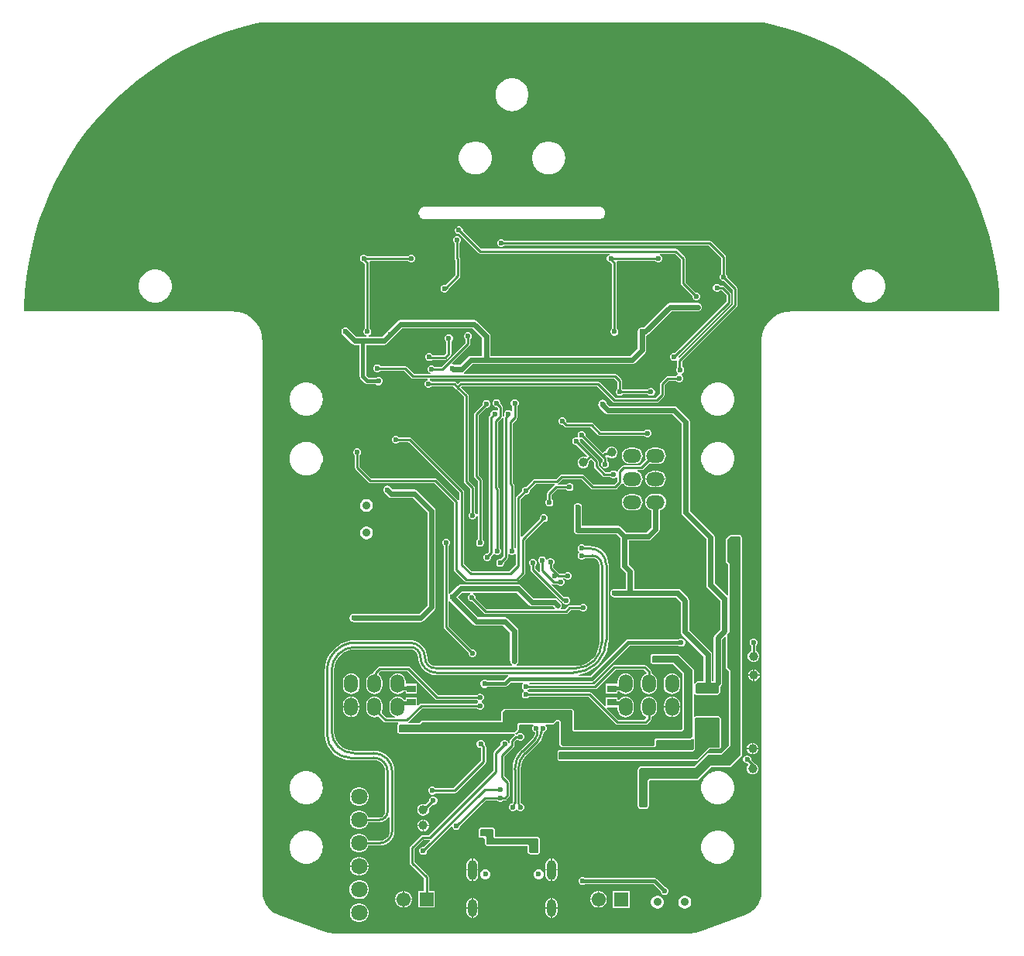
<source format=gbl>
G04*
G04 #@! TF.GenerationSoftware,Altium Limited,Altium Designer,22.6.1 (34)*
G04*
G04 Layer_Physical_Order=2*
G04 Layer_Color=16711680*
%FSLAX44Y44*%
%MOMM*%
G71*
G04*
G04 #@! TF.SameCoordinates,9900268D-5443-4670-A824-5D7C6AAB4451*
G04*
G04*
G04 #@! TF.FilePolarity,Positive*
G04*
G01*
G75*
%ADD13C,0.2500*%
%ADD19C,0.4000*%
%ADD26R,1.0000X0.8000*%
%ADD106C,1.5500*%
%ADD107R,1.5500X1.5500*%
%ADD108C,0.9000*%
%ADD112C,0.2542*%
%ADD114C,1.0000*%
%ADD117C,0.6000*%
%ADD119C,0.6000*%
%ADD120O,1.0000X2.2000*%
%ADD121O,1.0000X1.9000*%
%ADD122C,1.8000*%
%ADD123O,1.5000X2.0000*%
%ADD124O,2.0000X1.5000*%
G36*
X917333Y996383D02*
X932659Y992390D01*
X947771Y987655D01*
X962635Y982189D01*
X977215Y976006D01*
X991477Y969119D01*
X1005385Y961546D01*
X1018908Y953305D01*
X1032015Y944414D01*
X1044672Y934895D01*
X1056851Y924772D01*
X1068521Y914067D01*
X1079657Y902805D01*
X1090230Y891015D01*
X1100217Y878724D01*
X1109593Y865961D01*
X1118336Y852756D01*
X1126426Y839140D01*
X1133842Y825148D01*
X1140568Y810810D01*
X1146588Y796161D01*
X1151886Y781237D01*
X1156452Y766072D01*
X1160273Y750703D01*
X1163341Y735166D01*
X1165648Y719499D01*
X1167189Y703737D01*
X1167961Y687918D01*
X1167961Y682039D01*
X940000D01*
X939967Y682032D01*
X939933Y682038D01*
X937971Y681974D01*
X937873Y681951D01*
X937772Y681957D01*
X933881Y681445D01*
X933754Y681402D01*
X933620Y681393D01*
X929829Y680377D01*
X929708Y680318D01*
X929576Y680292D01*
X925951Y678790D01*
X925839Y678715D01*
X925712Y678672D01*
X922313Y676710D01*
X922212Y676621D01*
X922092Y676562D01*
X918978Y674173D01*
X918890Y674072D01*
X918778Y673997D01*
X916003Y671222D01*
X915928Y671110D01*
X915827Y671022D01*
X913438Y667908D01*
X913379Y667788D01*
X913290Y667687D01*
X911328Y664288D01*
X911285Y664161D01*
X911210Y664049D01*
X909708Y660424D01*
X909682Y660292D01*
X909622Y660171D01*
X908607Y656380D01*
X908598Y656246D01*
X908555Y656119D01*
X908043Y652228D01*
X908049Y652127D01*
X908026Y652029D01*
X907962Y650067D01*
X907968Y650033D01*
X907961Y650000D01*
X907961Y48304D01*
X907961Y46165D01*
X907310Y41936D01*
X906023Y37856D01*
X904131Y34019D01*
X901677Y30514D01*
X898719Y27423D01*
X895324Y24819D01*
X891573Y22761D01*
X889563Y22029D01*
X889563Y22029D01*
X839274Y3725D01*
X838126Y3308D01*
X835768Y2676D01*
X833363Y2252D01*
X830931Y2039D01*
X440290D01*
X439069Y2039D01*
X436637Y2252D01*
X434232Y2676D01*
X431874Y3308D01*
X430727Y3725D01*
X380437Y22029D01*
X380437Y22029D01*
X378427Y22761D01*
X374676Y24819D01*
X371281Y27423D01*
X368323Y30514D01*
X365869Y34019D01*
X363976Y37856D01*
X362690Y41936D01*
X362039Y46165D01*
Y48304D01*
X362039Y650000D01*
X362032Y650033D01*
X362038Y650067D01*
X361974Y652029D01*
X361951Y652127D01*
X361957Y652228D01*
X361445Y656119D01*
X361402Y656246D01*
X361393Y656380D01*
X360377Y660171D01*
X360318Y660292D01*
X360292Y660424D01*
X358790Y664049D01*
X358715Y664161D01*
X358672Y664288D01*
X356710Y667687D01*
X356621Y667788D01*
X356562Y667908D01*
X354173Y671022D01*
X354072Y671110D01*
X353997Y671222D01*
X351222Y673997D01*
X351110Y674072D01*
X351022Y674173D01*
X347908Y676562D01*
X347788Y676621D01*
X347687Y676710D01*
X344288Y678672D01*
X344161Y678715D01*
X344049Y678790D01*
X340424Y680292D01*
X340291Y680318D01*
X340171Y680377D01*
X336381Y681393D01*
X336246Y681402D01*
X336119Y681445D01*
X332228Y681957D01*
X332127Y681951D01*
X332029Y681974D01*
X330067Y682038D01*
X330033Y682032D01*
X330000Y682039D01*
X102039Y682039D01*
X102039Y687918D01*
X102811Y703737D01*
X104352Y719499D01*
X106659Y735166D01*
X109727Y750703D01*
X113548Y766072D01*
X118113Y781237D01*
X123412Y796161D01*
X129432Y810810D01*
X136158Y825147D01*
X143574Y839141D01*
X151664Y852756D01*
X160407Y865961D01*
X169783Y878724D01*
X179769Y891015D01*
X190343Y902805D01*
X201478Y914066D01*
X213150Y924772D01*
X225328Y934895D01*
X237985Y944414D01*
X251091Y953305D01*
X264614Y961546D01*
X278523Y969119D01*
X292785Y976005D01*
X307365Y982189D01*
X322229Y987655D01*
X337342Y992390D01*
X352667Y996383D01*
X360211Y997961D01*
X909789Y997961D01*
X917333Y996383D01*
D02*
G37*
%LPC*%
G36*
X636576Y937321D02*
X633424D01*
X633227Y937282D01*
X633026D01*
X629935Y936667D01*
X629750Y936590D01*
X629553Y936551D01*
X626641Y935345D01*
X626474Y935233D01*
X626288Y935156D01*
X623668Y933406D01*
X623526Y933264D01*
X623359Y933152D01*
X621130Y930923D01*
X621018Y930756D01*
X620877Y930614D01*
X619126Y927994D01*
X619049Y927808D01*
X618937Y927641D01*
X617731Y924729D01*
X617692Y924532D01*
X617615Y924347D01*
X617000Y921256D01*
Y921055D01*
X616961Y920858D01*
Y917706D01*
X617000Y917509D01*
Y917308D01*
X617615Y914217D01*
X617692Y914032D01*
X617731Y913835D01*
X618937Y910923D01*
X619049Y910756D01*
X619126Y910570D01*
X620877Y907950D01*
X621018Y907808D01*
X621130Y907641D01*
X623359Y905412D01*
X623526Y905301D01*
X623668Y905158D01*
X626288Y903408D01*
X626474Y903331D01*
X626641Y903219D01*
X629553Y902013D01*
X629750Y901974D01*
X629935Y901897D01*
X633026Y901282D01*
X633227D01*
X633424Y901243D01*
X636576D01*
X636773Y901282D01*
X636974D01*
X640065Y901897D01*
X640250Y901974D01*
X640447Y902013D01*
X643359Y903219D01*
X643526Y903331D01*
X643712Y903408D01*
X646332Y905158D01*
X646474Y905301D01*
X646641Y905412D01*
X648870Y907641D01*
X648981Y907808D01*
X649124Y907950D01*
X650874Y910570D01*
X650951Y910756D01*
X651063Y910923D01*
X652269Y913835D01*
X652308Y914032D01*
X652385Y914217D01*
X653000Y917308D01*
Y917509D01*
X653039Y917706D01*
Y920858D01*
X653000Y921055D01*
Y921256D01*
X652385Y924347D01*
X652308Y924532D01*
X652269Y924729D01*
X651063Y927641D01*
X650951Y927808D01*
X650874Y927994D01*
X649124Y930614D01*
X648981Y930756D01*
X648870Y930923D01*
X646641Y933152D01*
X646474Y933264D01*
X646332Y933406D01*
X643712Y935156D01*
X643526Y935233D01*
X643359Y935345D01*
X640447Y936551D01*
X640250Y936590D01*
X640065Y936667D01*
X636974Y937282D01*
X636773D01*
X636576Y937321D01*
D02*
G37*
G36*
X676576Y868039D02*
X673424D01*
X673227Y868000D01*
X673026D01*
X669935Y867385D01*
X669750Y867308D01*
X669553Y867269D01*
X666641Y866063D01*
X666474Y865951D01*
X666288Y865874D01*
X663668Y864124D01*
X663526Y863981D01*
X663359Y863870D01*
X661130Y861641D01*
X661018Y861474D01*
X660876Y861332D01*
X659126Y858712D01*
X659049Y858526D01*
X658937Y858359D01*
X657731Y855447D01*
X657692Y855250D01*
X657615Y855065D01*
X657000Y851974D01*
Y851773D01*
X656961Y851576D01*
Y848424D01*
X657000Y848227D01*
Y848026D01*
X657615Y844935D01*
X657692Y844750D01*
X657731Y844553D01*
X658937Y841641D01*
X659049Y841474D01*
X659126Y841288D01*
X660876Y838668D01*
X661018Y838526D01*
X661130Y838359D01*
X663359Y836130D01*
X663526Y836018D01*
X663668Y835876D01*
X666288Y834126D01*
X666474Y834049D01*
X666641Y833937D01*
X669553Y832731D01*
X669750Y832692D01*
X669935Y832615D01*
X673026Y832000D01*
X673227D01*
X673424Y831961D01*
X676576D01*
X676773Y832000D01*
X676974D01*
X680065Y832615D01*
X680250Y832692D01*
X680447Y832731D01*
X683359Y833937D01*
X683526Y834049D01*
X683712Y834126D01*
X686332Y835876D01*
X686474Y836018D01*
X686641Y836130D01*
X688870Y838359D01*
X688981Y838526D01*
X689124Y838668D01*
X690874Y841288D01*
X690951Y841474D01*
X691063Y841641D01*
X692269Y844553D01*
X692308Y844750D01*
X692385Y844935D01*
X693000Y848026D01*
Y848227D01*
X693039Y848424D01*
Y851576D01*
X693000Y851773D01*
Y851974D01*
X692385Y855065D01*
X692308Y855250D01*
X692269Y855447D01*
X691063Y858359D01*
X690951Y858526D01*
X690874Y858712D01*
X689124Y861332D01*
X688981Y861474D01*
X688870Y861641D01*
X686641Y863870D01*
X686474Y863981D01*
X686332Y864124D01*
X683712Y865874D01*
X683526Y865951D01*
X683359Y866063D01*
X680447Y867269D01*
X680250Y867308D01*
X680065Y867385D01*
X676974Y868000D01*
X676773D01*
X676576Y868039D01*
D02*
G37*
G36*
X596576D02*
X593424D01*
X593227Y868000D01*
X593026D01*
X589935Y867385D01*
X589750Y867308D01*
X589553Y867269D01*
X586641Y866063D01*
X586474Y865951D01*
X586288Y865874D01*
X583668Y864124D01*
X583526Y863981D01*
X583359Y863870D01*
X581130Y861641D01*
X581018Y861474D01*
X580877Y861332D01*
X579126Y858712D01*
X579049Y858526D01*
X578937Y858359D01*
X577731Y855447D01*
X577692Y855250D01*
X577615Y855065D01*
X577000Y851974D01*
Y851773D01*
X576961Y851576D01*
Y848424D01*
X577000Y848227D01*
Y848026D01*
X577615Y844935D01*
X577692Y844750D01*
X577731Y844553D01*
X578937Y841641D01*
X579049Y841474D01*
X579126Y841288D01*
X580877Y838668D01*
X581018Y838526D01*
X581130Y838359D01*
X583359Y836130D01*
X583526Y836018D01*
X583668Y835876D01*
X586288Y834126D01*
X586474Y834049D01*
X586641Y833937D01*
X589553Y832731D01*
X589750Y832692D01*
X589935Y832615D01*
X593026Y832000D01*
X593227D01*
X593424Y831961D01*
X596576D01*
X596773Y832000D01*
X596974D01*
X600065Y832615D01*
X600250Y832692D01*
X600447Y832731D01*
X603359Y833937D01*
X603526Y834049D01*
X603712Y834126D01*
X606332Y835876D01*
X606474Y836018D01*
X606641Y836130D01*
X608870Y838359D01*
X608982Y838526D01*
X609123Y838668D01*
X610874Y841288D01*
X610951Y841474D01*
X611063Y841641D01*
X612269Y844553D01*
X612308Y844750D01*
X612385Y844935D01*
X613000Y848026D01*
Y848227D01*
X613039Y848424D01*
Y851576D01*
X613000Y851773D01*
Y851974D01*
X612385Y855065D01*
X612308Y855250D01*
X612269Y855447D01*
X611063Y858359D01*
X610951Y858526D01*
X610874Y858712D01*
X609123Y861332D01*
X608982Y861474D01*
X608870Y861641D01*
X606641Y863870D01*
X606474Y863981D01*
X606332Y864124D01*
X603712Y865874D01*
X603526Y865951D01*
X603359Y866063D01*
X600447Y867269D01*
X600250Y867308D01*
X600065Y867385D01*
X596974Y868000D01*
X596773D01*
X596576Y868039D01*
D02*
G37*
G36*
X730995Y797039D02*
X539005D01*
X538225Y796884D01*
X536387Y796123D01*
X535726Y795681D01*
X534319Y794274D01*
X533877Y793613D01*
X533116Y791775D01*
X532961Y790995D01*
Y789005D01*
X533116Y788225D01*
X533877Y786387D01*
X534319Y785726D01*
X535726Y784319D01*
X536387Y783877D01*
X538225Y783116D01*
X539005Y782961D01*
X730995D01*
X731775Y783116D01*
X733613Y783877D01*
X734274Y784319D01*
X735681Y785726D01*
X736123Y786387D01*
X736884Y788225D01*
X737039Y789005D01*
Y790995D01*
X736884Y791775D01*
X736123Y793613D01*
X735681Y794274D01*
X734274Y795681D01*
X733613Y796123D01*
X731775Y796884D01*
X730995Y797039D01*
D02*
G37*
G36*
X623849Y761270D02*
X622151D01*
X620581Y760620D01*
X619380Y759419D01*
X618730Y757849D01*
Y756151D01*
X619380Y754581D01*
X620581Y753380D01*
X622151Y752730D01*
X623849D01*
X625419Y753380D01*
X626469Y754431D01*
X849936D01*
X863431Y740936D01*
Y723469D01*
X862380Y722419D01*
X861730Y720849D01*
Y719151D01*
X862380Y717581D01*
X863581Y716380D01*
X865151Y715730D01*
X866636D01*
X876431Y705936D01*
Y690064D01*
X818136Y631770D01*
X816864Y632254D01*
X816757Y633123D01*
X873817Y690183D01*
X874374Y691017D01*
X874569Y692000D01*
Y701000D01*
X874374Y701983D01*
X873817Y702817D01*
X866817Y709817D01*
X865983Y710374D01*
X865000Y710569D01*
X862469D01*
X861419Y711620D01*
X859849Y712270D01*
X858151D01*
X856581Y711620D01*
X855380Y710419D01*
X854730Y708849D01*
Y707151D01*
X855380Y705581D01*
X856581Y704380D01*
X858151Y703730D01*
X859849D01*
X861419Y704380D01*
X862469Y705431D01*
X863936D01*
X869431Y699936D01*
Y693064D01*
X812886Y636520D01*
X811401D01*
X809831Y635870D01*
X808630Y634669D01*
X807980Y633099D01*
Y631401D01*
X808630Y629831D01*
X809831Y628630D01*
X811401Y627980D01*
X813099D01*
X814517Y628567D01*
X814793Y628515D01*
X814990Y628423D01*
X815761Y627926D01*
Y620800D01*
X815380Y620419D01*
X814730Y618849D01*
Y617151D01*
X815380Y615581D01*
X816581Y614380D01*
X816547Y613020D01*
X815581Y612620D01*
X814531Y611569D01*
X805000D01*
X804017Y611374D01*
X803183Y610817D01*
X797183Y604817D01*
X796626Y603983D01*
X796431Y603000D01*
Y592064D01*
X791936Y587569D01*
X748064D01*
X730817Y604817D01*
X729983Y605374D01*
X729000Y605569D01*
X579000D01*
X578017Y605374D01*
X577183Y604817D01*
X575500Y603134D01*
X573817Y604817D01*
X572983Y605374D01*
X572000Y605569D01*
X547469D01*
X546419Y606620D01*
X545113Y607161D01*
X545366Y608431D01*
X746936D01*
X750431Y604936D01*
Y597469D01*
X749380Y596419D01*
X748730Y594849D01*
Y593151D01*
X749380Y591581D01*
X750581Y590380D01*
X752151Y589730D01*
X753849D01*
X755419Y590380D01*
X756469Y591431D01*
X783531D01*
X784581Y590380D01*
X786151Y589730D01*
X787849D01*
X789419Y590380D01*
X790620Y591581D01*
X791270Y593151D01*
Y594849D01*
X790620Y596419D01*
X789419Y597620D01*
X787849Y598270D01*
X786151D01*
X784581Y597620D01*
X783531Y596569D01*
X756469D01*
X755569Y597469D01*
Y606000D01*
X755374Y606983D01*
X754817Y607817D01*
X749817Y612817D01*
X748983Y613374D01*
X748000Y613569D01*
X582717D01*
X582565Y613781D01*
X582872Y615507D01*
X583244Y615756D01*
X591900Y624412D01*
X766000D01*
X767756Y624761D01*
X769244Y625756D01*
X780244Y636756D01*
X781239Y638244D01*
X781588Y640000D01*
Y655529D01*
X782756Y655761D01*
X784244Y656756D01*
X809901Y682412D01*
X838000D01*
X838443Y682500D01*
X838895D01*
X839313Y682673D01*
X839756Y682761D01*
X840132Y683012D01*
X840549Y683185D01*
X840869Y683505D01*
X841244Y683756D01*
X841495Y684131D01*
X841815Y684451D01*
X841988Y684868D01*
X842239Y685244D01*
X842327Y685687D01*
X842500Y686105D01*
Y686557D01*
X842588Y687000D01*
X842500Y687443D01*
Y687895D01*
X842327Y688313D01*
X842239Y688756D01*
X841988Y689132D01*
X841815Y689549D01*
X841495Y689868D01*
X841244Y690244D01*
X840869Y690495D01*
X840549Y690815D01*
X840132Y690988D01*
X839756Y691239D01*
X839313Y691327D01*
X838895Y691500D01*
X838443D01*
X838000Y691588D01*
X808000D01*
X806244Y691239D01*
X804756Y690244D01*
X779100Y664588D01*
X777000D01*
X776557Y664500D01*
X776105D01*
X775687Y664327D01*
X775244Y664239D01*
X774868Y663988D01*
X774451Y663815D01*
X774131Y663495D01*
X773756Y663244D01*
X773505Y662868D01*
X773185Y662549D01*
X773012Y662132D01*
X772761Y661756D01*
X772673Y661313D01*
X772500Y660895D01*
Y660443D01*
X772412Y660000D01*
Y641900D01*
X764100Y633588D01*
X611338D01*
Y655000D01*
X610989Y656756D01*
X609994Y658244D01*
X596744Y671494D01*
X595256Y672489D01*
X593500Y672838D01*
X513250D01*
X511494Y672489D01*
X510006Y671494D01*
X498756Y660244D01*
X493100Y654588D01*
X478411D01*
X478159Y655858D01*
X479419Y656380D01*
X480620Y657581D01*
X481270Y659151D01*
Y660849D01*
X480620Y662419D01*
X479569Y663469D01*
Y735053D01*
X479374Y736036D01*
X479291Y736161D01*
X479969Y737431D01*
X521531D01*
X522581Y736380D01*
X524151Y735730D01*
X525849D01*
X527419Y736380D01*
X528620Y737581D01*
X529270Y739151D01*
Y740849D01*
X528620Y742419D01*
X527419Y743620D01*
X525849Y744270D01*
X524151D01*
X522581Y743620D01*
X521531Y742569D01*
X476469D01*
X475419Y743620D01*
X473849Y744270D01*
X472151D01*
X470581Y743620D01*
X469380Y742419D01*
X468730Y740849D01*
Y739151D01*
X469380Y737581D01*
X470581Y736380D01*
X472151Y735730D01*
X472689D01*
X474431Y733989D01*
Y663469D01*
X473380Y662419D01*
X472730Y660849D01*
Y659151D01*
X473380Y657581D01*
X474581Y656380D01*
X475841Y655858D01*
X475589Y654588D01*
X464901D01*
X456244Y663244D01*
X455869Y663495D01*
X455549Y663815D01*
X455132Y663988D01*
X454756Y664239D01*
X454313Y664327D01*
X453895Y664500D01*
X453443D01*
X453000Y664588D01*
X452557Y664500D01*
X452105D01*
X451688Y664327D01*
X451244Y664239D01*
X450868Y663988D01*
X450451Y663815D01*
X450131Y663495D01*
X449756Y663244D01*
X449505Y662868D01*
X449185Y662549D01*
X449012Y662132D01*
X448761Y661756D01*
X448673Y661312D01*
X448500Y660895D01*
Y660443D01*
X448412Y660000D01*
X448500Y659557D01*
Y659105D01*
X448673Y658688D01*
X448761Y658244D01*
X449012Y657868D01*
X449185Y657451D01*
X449505Y657132D01*
X449756Y656756D01*
X459756Y646756D01*
X461244Y645761D01*
X463000Y645412D01*
X468431D01*
Y611000D01*
X468703Y609634D01*
X469477Y608477D01*
X474477Y603477D01*
X475634Y602703D01*
X477000Y602431D01*
X486205D01*
X486451Y602185D01*
X488105Y601500D01*
X489895D01*
X491549Y602185D01*
X492815Y603451D01*
X493500Y605105D01*
Y606895D01*
X492815Y608549D01*
X491549Y609815D01*
X489895Y610500D01*
X488105D01*
X486451Y609815D01*
X486205Y609569D01*
X478478D01*
X475569Y612478D01*
Y645412D01*
X495000D01*
X496756Y645761D01*
X498244Y646756D01*
X505244Y653756D01*
X515150Y663662D01*
X591600D01*
X602162Y653100D01*
Y633588D01*
X590000D01*
X588244Y633239D01*
X586756Y632244D01*
X578100Y623588D01*
X572776D01*
X572549Y623815D01*
X572132Y623988D01*
X571756Y624239D01*
X571312Y624327D01*
X570895Y624500D01*
X570443D01*
X570000Y624588D01*
X569407Y625743D01*
X569404Y625770D01*
X588817Y645183D01*
X589374Y646017D01*
X589569Y647000D01*
Y651531D01*
X590620Y652581D01*
X591270Y654151D01*
Y655849D01*
X590620Y657419D01*
X589419Y658620D01*
X587849Y659270D01*
X586151D01*
X584581Y658620D01*
X583380Y657419D01*
X582730Y655849D01*
Y654151D01*
X583380Y652581D01*
X584431Y651531D01*
Y648064D01*
X557936Y621569D01*
X550469D01*
X549419Y622620D01*
X547849Y623270D01*
X546151D01*
X544581Y622620D01*
X543380Y621419D01*
X542730Y619849D01*
Y618151D01*
X543380Y616581D01*
X544581Y615380D01*
X545887Y614839D01*
X545634Y613569D01*
X528064D01*
X519817Y621817D01*
X518983Y622374D01*
X518000Y622569D01*
X491469D01*
X490419Y623620D01*
X488849Y624270D01*
X487151D01*
X485581Y623620D01*
X484380Y622419D01*
X483730Y620849D01*
Y619151D01*
X484380Y617581D01*
X485581Y616380D01*
X487151Y615730D01*
X488849D01*
X490419Y616380D01*
X491469Y617431D01*
X516936D01*
X525183Y609183D01*
X526017Y608626D01*
X527000Y608431D01*
X542634D01*
X542887Y607161D01*
X541581Y606620D01*
X540380Y605419D01*
X539730Y603849D01*
Y602151D01*
X540380Y600581D01*
X541581Y599380D01*
X543151Y598730D01*
X544849D01*
X546419Y599380D01*
X547469Y600431D01*
X570936D01*
X574183Y597183D01*
X582431Y588936D01*
Y496000D01*
X582626Y495017D01*
X583183Y494183D01*
X589431Y487936D01*
Y462469D01*
X588380Y461419D01*
X587730Y459849D01*
Y458151D01*
X588380Y456581D01*
X589581Y455380D01*
X591151Y454730D01*
X592849D01*
X594419Y455380D01*
X595620Y456581D01*
X596161Y457887D01*
X597431Y457634D01*
Y432469D01*
X596380Y431419D01*
X595730Y429849D01*
Y428151D01*
X596380Y426581D01*
X597581Y425380D01*
X599151Y424730D01*
X600849D01*
X602419Y425380D01*
X603620Y426581D01*
X604270Y428151D01*
Y429849D01*
X603620Y431419D01*
X602569Y432469D01*
Y497974D01*
X602374Y498957D01*
X601817Y499790D01*
X598569Y503038D01*
Y568936D01*
X606364Y576730D01*
X607849D01*
X609419Y577380D01*
X610620Y578581D01*
X611270Y580151D01*
Y581849D01*
X610620Y583419D01*
X609419Y584620D01*
X607849Y585270D01*
X606151D01*
X604581Y584620D01*
X603380Y583419D01*
X602730Y581849D01*
Y580364D01*
X594183Y571817D01*
X593626Y570983D01*
X593431Y570000D01*
Y501974D01*
X593626Y500990D01*
X594183Y500157D01*
X597431Y496909D01*
Y460366D01*
X596161Y460113D01*
X595620Y461419D01*
X594569Y462469D01*
Y489000D01*
X594374Y489983D01*
X593817Y490817D01*
X587569Y497064D01*
Y590000D01*
X587374Y590983D01*
X586817Y591817D01*
X579134Y599500D01*
X580064Y600431D01*
X727936D01*
X745183Y583183D01*
X746017Y582626D01*
X747000Y582431D01*
X793000D01*
X793983Y582626D01*
X794817Y583183D01*
X800817Y589183D01*
X801374Y590017D01*
X801569Y591000D01*
Y601936D01*
X806064Y606431D01*
X814531D01*
X815581Y605380D01*
X817151Y604730D01*
X818849D01*
X820419Y605380D01*
X821620Y606581D01*
X822270Y608151D01*
Y609849D01*
X821620Y611419D01*
X820419Y612620D01*
X820453Y613980D01*
X821419Y614380D01*
X822620Y615581D01*
X823270Y617151D01*
Y618849D01*
X822620Y620419D01*
X821419Y621620D01*
X820900Y621835D01*
Y627266D01*
X880817Y687183D01*
X881374Y688017D01*
X881569Y689000D01*
Y707000D01*
X881374Y707983D01*
X880817Y708817D01*
X870270Y719364D01*
Y720849D01*
X869620Y722419D01*
X868569Y723469D01*
Y742000D01*
X868374Y742983D01*
X867817Y743817D01*
X852817Y758817D01*
X851983Y759374D01*
X851000Y759569D01*
X626469D01*
X625419Y760620D01*
X623849Y761270D01*
D02*
G37*
G36*
X575849Y764270D02*
X574151D01*
X572581Y763620D01*
X571380Y762419D01*
X570730Y760849D01*
Y759151D01*
X571380Y757581D01*
X572431Y756531D01*
Y740526D01*
X572626Y739543D01*
X573183Y738710D01*
X573431Y738462D01*
Y722064D01*
X562406Y711040D01*
X561849Y711270D01*
X560151D01*
X558581Y710620D01*
X557380Y709419D01*
X556730Y707849D01*
Y706151D01*
X557380Y704581D01*
X558581Y703380D01*
X560151Y702730D01*
X561849D01*
X563419Y703380D01*
X564620Y704581D01*
X565270Y706151D01*
Y706636D01*
X577817Y719183D01*
X578374Y720017D01*
X578569Y721000D01*
Y739526D01*
X578374Y740510D01*
X577817Y741343D01*
X577569Y741591D01*
Y756531D01*
X578620Y757581D01*
X579270Y759151D01*
Y760849D01*
X578620Y762419D01*
X577419Y763620D01*
X575849Y764270D01*
D02*
G37*
G36*
X577849Y775270D02*
X576151D01*
X574581Y774620D01*
X573380Y773419D01*
X572730Y771849D01*
Y770151D01*
X573380Y768581D01*
X574581Y767380D01*
X576151Y766730D01*
X577636D01*
X598183Y746183D01*
X599017Y745626D01*
X600000Y745431D01*
X741634D01*
X741887Y744161D01*
X740581Y743620D01*
X739380Y742419D01*
X738730Y740849D01*
Y739151D01*
X739380Y737581D01*
X740581Y736380D01*
X742151Y735730D01*
X742689D01*
X744431Y733989D01*
Y663469D01*
X743380Y662419D01*
X742730Y660849D01*
Y659151D01*
X743380Y657581D01*
X744581Y656380D01*
X746151Y655730D01*
X747849D01*
X749419Y656380D01*
X750620Y657581D01*
X751270Y659151D01*
Y660849D01*
X750620Y662419D01*
X749569Y663469D01*
Y735053D01*
X749374Y736036D01*
X749291Y736161D01*
X749969Y737431D01*
X791531D01*
X792581Y736380D01*
X794151Y735730D01*
X795849D01*
X797419Y736380D01*
X798620Y737581D01*
X799270Y739151D01*
Y740849D01*
X798620Y742419D01*
X797419Y743620D01*
X796113Y744161D01*
X796366Y745431D01*
X812936D01*
X819431Y738936D01*
Y713000D01*
X819626Y712017D01*
X820183Y711183D01*
X832230Y699136D01*
Y697651D01*
X832880Y696081D01*
X834081Y694880D01*
X835651Y694230D01*
X837349D01*
X838919Y694880D01*
X840120Y696081D01*
X840770Y697651D01*
Y699349D01*
X840120Y700919D01*
X838919Y702120D01*
X837349Y702770D01*
X835864D01*
X824569Y714064D01*
Y740000D01*
X824374Y740983D01*
X823817Y741817D01*
X815817Y749817D01*
X814983Y750374D01*
X814000Y750569D01*
X601064D01*
X581270Y770364D01*
Y771849D01*
X580620Y773419D01*
X579419Y774620D01*
X577849Y775270D01*
D02*
G37*
G36*
X1026576Y727921D02*
X1023424D01*
X1023227Y727882D01*
X1023026D01*
X1019935Y727267D01*
X1019750Y727190D01*
X1019553Y727151D01*
X1016641Y725945D01*
X1016474Y725833D01*
X1016288Y725757D01*
X1013668Y724006D01*
X1013526Y723864D01*
X1013359Y723752D01*
X1011130Y721523D01*
X1011019Y721356D01*
X1010876Y721214D01*
X1009126Y718594D01*
X1009049Y718408D01*
X1008937Y718241D01*
X1007731Y715329D01*
X1007692Y715132D01*
X1007615Y714947D01*
X1007000Y711856D01*
Y711655D01*
X1006961Y711458D01*
Y708306D01*
X1007000Y708109D01*
Y707908D01*
X1007615Y704817D01*
X1007692Y704632D01*
X1007731Y704435D01*
X1008937Y701523D01*
X1009049Y701356D01*
X1009126Y701170D01*
X1010876Y698550D01*
X1011019Y698408D01*
X1011130Y698241D01*
X1013359Y696012D01*
X1013526Y695900D01*
X1013668Y695759D01*
X1016288Y694007D01*
X1016474Y693931D01*
X1016641Y693819D01*
X1019553Y692613D01*
X1019750Y692574D01*
X1019935Y692497D01*
X1023026Y691882D01*
X1023227D01*
X1023424Y691843D01*
X1026576D01*
X1026773Y691882D01*
X1026974D01*
X1030065Y692497D01*
X1030250Y692574D01*
X1030447Y692613D01*
X1033359Y693819D01*
X1033526Y693931D01*
X1033712Y694007D01*
X1036332Y695759D01*
X1036474Y695900D01*
X1036641Y696012D01*
X1038870Y698241D01*
X1038981Y698408D01*
X1039124Y698550D01*
X1040874Y701170D01*
X1040951Y701356D01*
X1041063Y701523D01*
X1042269Y704435D01*
X1042308Y704632D01*
X1042385Y704817D01*
X1043000Y707908D01*
Y708109D01*
X1043039Y708306D01*
Y711458D01*
X1043000Y711655D01*
Y711856D01*
X1042385Y714947D01*
X1042308Y715132D01*
X1042269Y715330D01*
X1041063Y718241D01*
X1040951Y718408D01*
X1040874Y718594D01*
X1039124Y721214D01*
X1038981Y721356D01*
X1038870Y721523D01*
X1036641Y723752D01*
X1036474Y723864D01*
X1036332Y724006D01*
X1033712Y725757D01*
X1033526Y725833D01*
X1033359Y725945D01*
X1030447Y727151D01*
X1030250Y727190D01*
X1030065Y727267D01*
X1026974Y727882D01*
X1026773D01*
X1026576Y727921D01*
D02*
G37*
G36*
X246576D02*
X243424D01*
X243227Y727882D01*
X243026D01*
X239935Y727267D01*
X239750Y727190D01*
X239553Y727151D01*
X236641Y725945D01*
X236474Y725833D01*
X236288Y725757D01*
X233668Y724006D01*
X233526Y723864D01*
X233359Y723752D01*
X231130Y721523D01*
X231018Y721356D01*
X230876Y721214D01*
X229125Y718594D01*
X229049Y718408D01*
X228937Y718241D01*
X227731Y715329D01*
X227692Y715132D01*
X227615Y714947D01*
X227000Y711856D01*
Y711655D01*
X226961Y711458D01*
Y708306D01*
X227000Y708109D01*
Y707908D01*
X227615Y704817D01*
X227692Y704632D01*
X227731Y704435D01*
X228937Y701523D01*
X229049Y701356D01*
X229125Y701170D01*
X230876Y698550D01*
X231018Y698408D01*
X231130Y698241D01*
X233359Y696012D01*
X233526Y695900D01*
X233668Y695759D01*
X236288Y694007D01*
X236474Y693931D01*
X236641Y693819D01*
X239553Y692613D01*
X239750Y692574D01*
X239935Y692497D01*
X243026Y691882D01*
X243227D01*
X243424Y691843D01*
X246576D01*
X246773Y691882D01*
X246974D01*
X250065Y692497D01*
X250250Y692574D01*
X250447Y692613D01*
X253359Y693819D01*
X253526Y693931D01*
X253712Y694007D01*
X256332Y695759D01*
X256474Y695900D01*
X256641Y696012D01*
X258870Y698241D01*
X258981Y698408D01*
X259123Y698550D01*
X260875Y701170D01*
X260951Y701356D01*
X261063Y701523D01*
X262269Y704435D01*
X262308Y704632D01*
X262385Y704817D01*
X263000Y707908D01*
Y708109D01*
X263039Y708306D01*
Y711458D01*
X263000Y711655D01*
Y711856D01*
X262385Y714947D01*
X262308Y715132D01*
X262269Y715330D01*
X261063Y718241D01*
X260951Y718408D01*
X260875Y718594D01*
X259123Y721214D01*
X258981Y721356D01*
X258870Y721523D01*
X256641Y723752D01*
X256474Y723864D01*
X256332Y724006D01*
X253712Y725757D01*
X253526Y725833D01*
X253359Y725945D01*
X250447Y727151D01*
X250250Y727190D01*
X250065Y727267D01*
X246974Y727882D01*
X246773D01*
X246576Y727921D01*
D02*
G37*
G36*
X566849Y657270D02*
X565151D01*
X563581Y656620D01*
X562380Y655419D01*
X561730Y653849D01*
Y652151D01*
X562380Y650581D01*
X563431Y649531D01*
Y637064D01*
X560936Y634569D01*
X547911D01*
X547870Y634669D01*
X546669Y635870D01*
X545099Y636520D01*
X543401D01*
X541831Y635870D01*
X540630Y634669D01*
X539980Y633099D01*
Y631401D01*
X540630Y629831D01*
X541831Y628630D01*
X543401Y627980D01*
X545099D01*
X546669Y628630D01*
X547469Y629431D01*
X562000D01*
X562983Y629626D01*
X563817Y630183D01*
X567817Y634183D01*
X568374Y635017D01*
X568569Y636000D01*
Y649531D01*
X569620Y650581D01*
X570270Y652151D01*
Y653849D01*
X569620Y655419D01*
X568419Y656620D01*
X566849Y657270D01*
D02*
G37*
G36*
X638849Y586270D02*
X637151D01*
X635581Y585620D01*
X634380Y584419D01*
X633730Y582849D01*
Y581151D01*
X634380Y579581D01*
X635431Y578531D01*
Y573404D01*
X634161Y572878D01*
X633419Y573620D01*
X631849Y574270D01*
X630151D01*
X628581Y573620D01*
X627380Y572419D01*
X626730Y570849D01*
Y569151D01*
X626945Y568632D01*
X626183Y567870D01*
X625839Y567355D01*
X624569Y567737D01*
Y577785D01*
X624374Y578769D01*
X623817Y579602D01*
X622270Y581150D01*
X622270Y581151D01*
Y582849D01*
X621620Y584419D01*
X620419Y585620D01*
X618849Y586270D01*
X617151D01*
X615581Y585620D01*
X614380Y584419D01*
X613730Y582849D01*
Y581151D01*
X614380Y579581D01*
X615581Y578380D01*
X617151Y577730D01*
X618422D01*
X619431Y576721D01*
Y574267D01*
X618161Y573727D01*
X616849Y574270D01*
X615151D01*
X613581Y573620D01*
X612380Y572419D01*
X611730Y570849D01*
Y569364D01*
X610183Y567817D01*
X609626Y566983D01*
X609431Y566000D01*
Y419011D01*
X607689Y417270D01*
X607151D01*
X605581Y416620D01*
X604380Y415419D01*
X603730Y413849D01*
Y412151D01*
X604380Y410581D01*
X605581Y409380D01*
X607151Y408730D01*
X608849D01*
X610419Y409380D01*
X611620Y410581D01*
X612270Y412151D01*
Y413849D01*
X612055Y414369D01*
X613817Y416130D01*
X614374Y416964D01*
X615723Y417238D01*
X616581Y416380D01*
X618151Y415730D01*
X619849D01*
X621419Y416380D01*
X622620Y417581D01*
X623270Y419151D01*
Y420849D01*
X622620Y422419D01*
X621569Y423469D01*
Y487474D01*
X621374Y488457D01*
X620817Y489290D01*
X619569Y490538D01*
Y560936D01*
X623817Y565183D01*
X624161Y565698D01*
X625431Y565316D01*
Y414064D01*
X622636Y411270D01*
X621151D01*
X619581Y410620D01*
X618380Y409419D01*
X617730Y407849D01*
Y406151D01*
X618380Y404581D01*
X619581Y403380D01*
X621151Y402730D01*
X622849D01*
X624419Y403380D01*
X625620Y404581D01*
X626270Y406151D01*
Y407636D01*
X629817Y411183D01*
X630374Y412017D01*
X630569Y413000D01*
Y416596D01*
X631839Y417122D01*
X632581Y416380D01*
X634151Y415730D01*
X635849D01*
X637419Y416380D01*
X638161Y417122D01*
X639431Y416596D01*
Y405064D01*
X631936Y397569D01*
X591064D01*
X582569Y406064D01*
Y485000D01*
X582374Y485983D01*
X581817Y486817D01*
X524817Y543817D01*
X523983Y544374D01*
X523000Y544569D01*
X511469D01*
X510419Y545620D01*
X508849Y546270D01*
X507151D01*
X505581Y545620D01*
X504380Y544419D01*
X503730Y542849D01*
Y541151D01*
X504380Y539581D01*
X505581Y538380D01*
X507151Y537730D01*
X508849D01*
X510419Y538380D01*
X511469Y539431D01*
X521936D01*
X577431Y483936D01*
Y475684D01*
X576161Y475302D01*
X575817Y475817D01*
X552817Y498817D01*
X551983Y499374D01*
X551000Y499569D01*
X481064D01*
X468569Y512064D01*
Y524531D01*
X469620Y525581D01*
X470270Y527151D01*
Y528849D01*
X469620Y530419D01*
X468419Y531620D01*
X466849Y532270D01*
X465151D01*
X463581Y531620D01*
X462380Y530419D01*
X461730Y528849D01*
Y527151D01*
X462380Y525581D01*
X463431Y524531D01*
Y511000D01*
X463626Y510017D01*
X464183Y509183D01*
X478183Y495183D01*
X479017Y494626D01*
X480000Y494431D01*
X549936D01*
X571431Y472936D01*
Y400000D01*
X571626Y399017D01*
X572183Y398183D01*
X583183Y387183D01*
X584017Y386626D01*
X585000Y386431D01*
X640000D01*
X640983Y386626D01*
X641817Y387183D01*
X648817Y394183D01*
X649374Y395017D01*
X649569Y396000D01*
Y431936D01*
X669364Y451730D01*
X670849D01*
X672419Y452380D01*
X673620Y453581D01*
X674270Y455151D01*
Y456849D01*
X673620Y458419D01*
X672419Y459620D01*
X670849Y460270D01*
X669151D01*
X667581Y459620D01*
X666380Y458419D01*
X665730Y456849D01*
Y455364D01*
X645839Y435473D01*
X644569Y435999D01*
Y476936D01*
X649364Y481730D01*
X650849D01*
X652419Y482380D01*
X653620Y483581D01*
X654270Y485151D01*
Y486636D01*
X661064Y493431D01*
X681316D01*
X681698Y492161D01*
X681183Y491817D01*
X674183Y484817D01*
X673626Y483983D01*
X673431Y483000D01*
Y476469D01*
X672380Y475419D01*
X671730Y473849D01*
Y472151D01*
X672380Y470581D01*
X673581Y469380D01*
X675151Y468730D01*
X676849D01*
X678419Y469380D01*
X679620Y470581D01*
X680270Y472151D01*
Y473849D01*
X679620Y475419D01*
X678569Y476469D01*
Y481936D01*
X684064Y487431D01*
X694531D01*
X695581Y486380D01*
X697151Y485730D01*
X698849D01*
X700419Y486380D01*
X701620Y487581D01*
X702270Y489151D01*
Y490849D01*
X701620Y492419D01*
X700419Y493620D01*
X698849Y494270D01*
X697151D01*
X695581Y493620D01*
X694531Y492569D01*
X685684D01*
X685302Y493839D01*
X685817Y494183D01*
X690064Y498431D01*
X710936D01*
X721183Y488183D01*
X722017Y487626D01*
X723000Y487431D01*
X748000D01*
X748983Y487626D01*
X749817Y488183D01*
X754817Y493183D01*
X755374Y494017D01*
X755380Y494020D01*
X756710Y494225D01*
X757845Y492745D01*
X759677Y491339D01*
X761811Y490456D01*
X764100Y490154D01*
X769100D01*
X771389Y490456D01*
X773523Y491339D01*
X775355Y492745D01*
X776761Y494577D01*
X777644Y496711D01*
X777946Y499000D01*
X777644Y501289D01*
X776761Y503423D01*
X775355Y505255D01*
X773523Y506661D01*
X772316Y507161D01*
X772568Y508431D01*
X776100D01*
X777083Y508626D01*
X777917Y509183D01*
X785357Y516623D01*
X787210Y515856D01*
X789500Y515554D01*
X794500D01*
X796789Y515856D01*
X798923Y516739D01*
X800755Y518145D01*
X802161Y519977D01*
X803044Y522111D01*
X803346Y524400D01*
X803044Y526689D01*
X802161Y528823D01*
X800755Y530655D01*
X798923Y532061D01*
X796789Y532944D01*
X794500Y533246D01*
X789500D01*
X787210Y532944D01*
X785077Y532061D01*
X783245Y530655D01*
X781839Y528823D01*
X780956Y526689D01*
X780654Y524400D01*
X780956Y522111D01*
X781723Y520257D01*
X775036Y513569D01*
X757000D01*
X756017Y513374D01*
X755183Y512817D01*
X751183Y508817D01*
X750626Y507983D01*
X750498Y507337D01*
X749633Y506923D01*
X749161Y506878D01*
X748419Y507620D01*
X746849Y508270D01*
X745151D01*
X743581Y507620D01*
X742531Y506569D01*
X737064D01*
X729569Y514064D01*
Y518000D01*
X729374Y518983D01*
X728817Y519817D01*
X722817Y525817D01*
X709270Y539364D01*
Y540849D01*
X708835Y541900D01*
X709807Y542873D01*
X710151Y542730D01*
X711636D01*
X732183Y522183D01*
X733761Y520605D01*
Y517800D01*
X733380Y517419D01*
X732730Y515849D01*
Y514151D01*
X733380Y512581D01*
X734581Y511380D01*
X736151Y510730D01*
X737849D01*
X739419Y511380D01*
X740620Y512581D01*
X741270Y514151D01*
Y515849D01*
X740620Y517419D01*
X739419Y518620D01*
X738900Y518835D01*
Y521670D01*
X738704Y522653D01*
X739731Y523402D01*
X740448Y522685D01*
X742753Y521730D01*
X745247D01*
X747552Y522685D01*
X749315Y524448D01*
X750270Y526753D01*
Y529247D01*
X749315Y531552D01*
X747552Y533315D01*
X745247Y534270D01*
X742753D01*
X740448Y533315D01*
X738685Y531552D01*
X737730Y529247D01*
Y529134D01*
X736565D01*
X735582Y528939D01*
X734748Y528382D01*
X734000Y527634D01*
X715270Y546364D01*
Y547849D01*
X714620Y549419D01*
X713419Y550620D01*
X711849Y551270D01*
X710151D01*
X708581Y550620D01*
X707380Y549419D01*
X706730Y547849D01*
Y546151D01*
X707165Y545099D01*
X706193Y544128D01*
X705849Y544270D01*
X704151D01*
X702581Y543620D01*
X701380Y542419D01*
X700730Y540849D01*
Y539151D01*
X701380Y537581D01*
X702581Y536380D01*
X704151Y535730D01*
X705636D01*
X717366Y524000D01*
X715937Y522570D01*
X714247Y523270D01*
X711753D01*
X709448Y522315D01*
X707685Y520552D01*
X706730Y518247D01*
Y515753D01*
X707685Y513448D01*
X709448Y511685D01*
X711753Y510730D01*
X714247D01*
X716552Y511685D01*
X718315Y513448D01*
X719270Y515753D01*
Y518247D01*
X719156Y518522D01*
X721000Y520366D01*
X724431Y516936D01*
Y513000D01*
X724626Y512017D01*
X725183Y511183D01*
X734183Y502183D01*
X735017Y501626D01*
X736000Y501431D01*
X742531D01*
X743581Y500380D01*
X745151Y499730D01*
X746849D01*
X748419Y500380D01*
X749161Y501122D01*
X750431Y500596D01*
Y496064D01*
X746936Y492569D01*
X724064D01*
X713817Y502817D01*
X712983Y503374D01*
X712000Y503569D01*
X689000D01*
X688017Y503374D01*
X687183Y502817D01*
X682936Y498569D01*
X660000D01*
X659017Y498374D01*
X658183Y497817D01*
X650636Y490270D01*
X649151D01*
X647581Y489620D01*
X646380Y488419D01*
X645730Y486849D01*
Y485364D01*
X640183Y479817D01*
X639626Y478983D01*
X639431Y478000D01*
Y424123D01*
X638161Y423495D01*
X637569Y423946D01*
Y491570D01*
X637374Y492554D01*
X636817Y493387D01*
X635569Y494635D01*
Y559936D01*
X639817Y564183D01*
X640374Y565017D01*
X640569Y566000D01*
Y578531D01*
X641620Y579581D01*
X642270Y581151D01*
Y582849D01*
X641620Y584419D01*
X640419Y585620D01*
X638849Y586270D01*
D02*
G37*
G36*
X861576Y604258D02*
X858424D01*
X858227Y604219D01*
X858026D01*
X854935Y603604D01*
X854750Y603527D01*
X854553Y603488D01*
X851641Y602282D01*
X851474Y602170D01*
X851288Y602094D01*
X848668Y600343D01*
X848526Y600201D01*
X848359Y600089D01*
X846130Y597860D01*
X846019Y597693D01*
X845876Y597551D01*
X844126Y594931D01*
X844049Y594745D01*
X843937Y594578D01*
X842731Y591666D01*
X842692Y591469D01*
X842615Y591284D01*
X842000Y588193D01*
Y587992D01*
X841961Y587795D01*
Y584643D01*
X842000Y584446D01*
Y584245D01*
X842615Y581154D01*
X842692Y580969D01*
X842731Y580772D01*
X843937Y577860D01*
X844049Y577693D01*
X844126Y577507D01*
X845876Y574887D01*
X846019Y574745D01*
X846130Y574578D01*
X848359Y572349D01*
X848526Y572238D01*
X848668Y572096D01*
X851288Y570345D01*
X851474Y570268D01*
X851641Y570156D01*
X854553Y568950D01*
X854750Y568911D01*
X854935Y568834D01*
X858026Y568219D01*
X858227D01*
X858424Y568180D01*
X861576D01*
X861773Y568219D01*
X861974D01*
X865065Y568834D01*
X865250Y568911D01*
X865447Y568950D01*
X868359Y570156D01*
X868526Y570268D01*
X868712Y570345D01*
X871332Y572096D01*
X871474Y572238D01*
X871641Y572349D01*
X873870Y574578D01*
X873981Y574745D01*
X874124Y574887D01*
X875874Y577507D01*
X875951Y577693D01*
X876063Y577860D01*
X877269Y580772D01*
X877308Y580969D01*
X877385Y581154D01*
X878000Y584245D01*
Y584446D01*
X878039Y584643D01*
Y587795D01*
X878000Y587992D01*
Y588193D01*
X877385Y591284D01*
X877308Y591469D01*
X877269Y591667D01*
X876063Y594578D01*
X875951Y594745D01*
X875874Y594931D01*
X874124Y597551D01*
X873981Y597693D01*
X873870Y597860D01*
X871641Y600089D01*
X871474Y600201D01*
X871332Y600343D01*
X868712Y602094D01*
X868526Y602170D01*
X868359Y602282D01*
X865447Y603488D01*
X865250Y603527D01*
X865065Y603604D01*
X861974Y604219D01*
X861773D01*
X861576Y604258D01*
D02*
G37*
G36*
X411576D02*
X408424D01*
X408227Y604219D01*
X408026D01*
X404935Y603604D01*
X404750Y603527D01*
X404553Y603488D01*
X401641Y602282D01*
X401474Y602170D01*
X401288Y602094D01*
X398668Y600343D01*
X398526Y600201D01*
X398359Y600089D01*
X396130Y597860D01*
X396018Y597693D01*
X395876Y597551D01*
X394126Y594931D01*
X394049Y594745D01*
X393937Y594578D01*
X392731Y591666D01*
X392692Y591469D01*
X392615Y591284D01*
X392000Y588193D01*
Y587992D01*
X391961Y587795D01*
Y584643D01*
X392000Y584446D01*
Y584245D01*
X392615Y581154D01*
X392692Y580969D01*
X392731Y580772D01*
X393937Y577860D01*
X394049Y577693D01*
X394126Y577507D01*
X395876Y574887D01*
X396018Y574745D01*
X396130Y574578D01*
X398359Y572349D01*
X398526Y572238D01*
X398668Y572096D01*
X401288Y570345D01*
X401474Y570268D01*
X401641Y570156D01*
X404553Y568950D01*
X404750Y568911D01*
X404935Y568834D01*
X408026Y568219D01*
X408227D01*
X408424Y568180D01*
X411576D01*
X411773Y568219D01*
X411974D01*
X415065Y568834D01*
X415250Y568911D01*
X415447Y568950D01*
X418359Y570156D01*
X418526Y570268D01*
X418712Y570345D01*
X421332Y572096D01*
X421474Y572238D01*
X421641Y572349D01*
X423870Y574578D01*
X423982Y574745D01*
X424123Y574887D01*
X425874Y577507D01*
X425951Y577693D01*
X426063Y577860D01*
X427269Y580772D01*
X427308Y580969D01*
X427385Y581154D01*
X428000Y584245D01*
Y584446D01*
X428039Y584643D01*
Y587795D01*
X428000Y587992D01*
Y588193D01*
X427385Y591284D01*
X427308Y591469D01*
X427269Y591667D01*
X426063Y594578D01*
X425951Y594745D01*
X425874Y594931D01*
X424123Y597551D01*
X423982Y597693D01*
X423870Y597860D01*
X421641Y600089D01*
X421474Y600201D01*
X421332Y600343D01*
X418712Y602094D01*
X418526Y602170D01*
X418359Y602282D01*
X415447Y603488D01*
X415250Y603527D01*
X415065Y603604D01*
X411974Y604219D01*
X411773D01*
X411576Y604258D01*
D02*
G37*
G36*
X690849Y566270D02*
X689151D01*
X687581Y565620D01*
X686380Y564419D01*
X685730Y562849D01*
Y561151D01*
X686380Y559581D01*
X687581Y558380D01*
X689151Y557730D01*
X690636D01*
X692183Y556183D01*
X693017Y555626D01*
X694000Y555431D01*
X720936D01*
X729183Y547183D01*
X730017Y546626D01*
X731000Y546431D01*
X779531D01*
X780581Y545380D01*
X782151Y544730D01*
X783849D01*
X785419Y545380D01*
X786620Y546581D01*
X787270Y548151D01*
Y549849D01*
X786620Y551419D01*
X785419Y552620D01*
X783849Y553270D01*
X782151D01*
X780581Y552620D01*
X779531Y551569D01*
X732064D01*
X723817Y559817D01*
X722983Y560374D01*
X722000Y560569D01*
X695064D01*
X694270Y561364D01*
Y562849D01*
X693620Y564419D01*
X692419Y565620D01*
X690849Y566270D01*
D02*
G37*
G36*
X769100Y533246D02*
X764100D01*
X761811Y532944D01*
X759677Y532061D01*
X757845Y530655D01*
X756439Y528823D01*
X755556Y526689D01*
X755254Y524400D01*
X755556Y522111D01*
X756439Y519977D01*
X757845Y518145D01*
X759677Y516739D01*
X761811Y515856D01*
X764100Y515554D01*
X769100D01*
X771389Y515856D01*
X773523Y516739D01*
X775355Y518145D01*
X776761Y519977D01*
X777644Y522111D01*
X777946Y524400D01*
X777644Y526689D01*
X776761Y528823D01*
X775355Y530655D01*
X773523Y532061D01*
X771389Y532944D01*
X769100Y533246D01*
D02*
G37*
G36*
X861576Y539258D02*
X858424D01*
X858227Y539219D01*
X858026D01*
X854935Y538604D01*
X854750Y538527D01*
X854553Y538488D01*
X851641Y537282D01*
X851474Y537170D01*
X851288Y537094D01*
X848668Y535343D01*
X848526Y535201D01*
X848359Y535089D01*
X846130Y532860D01*
X846019Y532693D01*
X845876Y532551D01*
X844126Y529931D01*
X844049Y529745D01*
X843937Y529578D01*
X842731Y526666D01*
X842692Y526469D01*
X842615Y526284D01*
X842000Y523193D01*
Y522992D01*
X841961Y522795D01*
Y519643D01*
X842000Y519446D01*
Y519245D01*
X842615Y516154D01*
X842692Y515969D01*
X842731Y515772D01*
X843937Y512860D01*
X844049Y512693D01*
X844126Y512507D01*
X845876Y509887D01*
X846019Y509745D01*
X846130Y509578D01*
X848359Y507349D01*
X848526Y507238D01*
X848668Y507096D01*
X851288Y505345D01*
X851474Y505268D01*
X851641Y505156D01*
X854553Y503950D01*
X854750Y503911D01*
X854935Y503834D01*
X858026Y503219D01*
X858227D01*
X858424Y503180D01*
X861576D01*
X861773Y503219D01*
X861974D01*
X865065Y503834D01*
X865250Y503911D01*
X865447Y503950D01*
X868359Y505156D01*
X868526Y505268D01*
X868712Y505345D01*
X871332Y507096D01*
X871474Y507238D01*
X871641Y507349D01*
X873870Y509578D01*
X873981Y509745D01*
X874124Y509887D01*
X875874Y512507D01*
X875951Y512693D01*
X876063Y512860D01*
X877269Y515772D01*
X877308Y515969D01*
X877385Y516154D01*
X878000Y519245D01*
Y519446D01*
X878039Y519643D01*
Y522795D01*
X878000Y522992D01*
Y523193D01*
X877385Y526284D01*
X877308Y526469D01*
X877269Y526666D01*
X876063Y529578D01*
X875951Y529745D01*
X875874Y529931D01*
X874124Y532551D01*
X873981Y532693D01*
X873870Y532860D01*
X871641Y535089D01*
X871474Y535201D01*
X871332Y535343D01*
X868712Y537094D01*
X868526Y537170D01*
X868359Y537282D01*
X865447Y538488D01*
X865250Y538527D01*
X865065Y538604D01*
X861974Y539219D01*
X861773D01*
X861576Y539258D01*
D02*
G37*
G36*
X413183D02*
X406817D01*
X406037Y539103D01*
X400156Y536667D01*
X399495Y536225D01*
X399495Y536225D01*
X394994Y531724D01*
X394552Y531063D01*
X392116Y525182D01*
X391961Y524402D01*
Y518036D01*
X392116Y517256D01*
X394552Y511376D01*
X394994Y510714D01*
X394994Y510714D01*
X399495Y506213D01*
X400156Y505771D01*
X406037Y503335D01*
X406817Y503180D01*
X413183D01*
X413963Y503335D01*
X419844Y505771D01*
X420505Y506213D01*
X420505Y506213D01*
X425006Y510714D01*
X425448Y511376D01*
X427884Y517256D01*
X428039Y518036D01*
Y524402D01*
X427884Y525182D01*
X425448Y531063D01*
X425006Y531724D01*
X425006Y531724D01*
X420505Y536225D01*
X419844Y536667D01*
X413963Y539103D01*
X413183Y539258D01*
D02*
G37*
G36*
X794500Y507846D02*
X792635D01*
Y499635D01*
X803262D01*
X803044Y501289D01*
X802161Y503423D01*
X800755Y505255D01*
X798923Y506661D01*
X796789Y507544D01*
X794500Y507846D01*
D02*
G37*
G36*
X791365D02*
X789500D01*
X787210Y507544D01*
X785077Y506661D01*
X783245Y505255D01*
X781839Y503423D01*
X780956Y501289D01*
X780738Y499635D01*
X791365D01*
Y507846D01*
D02*
G37*
G36*
X803262Y498365D02*
X792635D01*
Y490154D01*
X794500D01*
X796789Y490456D01*
X798923Y491339D01*
X800755Y492745D01*
X802161Y494577D01*
X803044Y496711D01*
X803262Y498365D01*
D02*
G37*
G36*
X791365D02*
X780738D01*
X780956Y496711D01*
X781839Y494577D01*
X783245Y492745D01*
X785077Y491339D01*
X787210Y490456D01*
X789500Y490154D01*
X791365D01*
Y498365D01*
D02*
G37*
G36*
X769100Y482446D02*
X764100D01*
X761811Y482144D01*
X759677Y481261D01*
X757845Y479855D01*
X756439Y478023D01*
X755556Y475889D01*
X755254Y473600D01*
X755556Y471311D01*
X756439Y469177D01*
X757845Y467345D01*
X759677Y465939D01*
X761811Y465056D01*
X764100Y464754D01*
X769100D01*
X771389Y465056D01*
X773523Y465939D01*
X775355Y467345D01*
X776761Y469177D01*
X777644Y471311D01*
X777946Y473600D01*
X777644Y475889D01*
X776761Y478023D01*
X775355Y479855D01*
X773523Y481261D01*
X771389Y482144D01*
X769100Y482446D01*
D02*
G37*
G36*
X476922Y477000D02*
X475078D01*
X473298Y476523D01*
X471702Y475601D01*
X470399Y474298D01*
X469477Y472702D01*
X469000Y470922D01*
Y469078D01*
X469477Y467298D01*
X470399Y465702D01*
X471702Y464399D01*
X473298Y463477D01*
X475078Y463000D01*
X476922D01*
X478702Y463477D01*
X480298Y464399D01*
X481601Y465702D01*
X482523Y467298D01*
X483000Y469078D01*
Y470922D01*
X482523Y472702D01*
X481601Y474298D01*
X480298Y475601D01*
X478702Y476523D01*
X476922Y477000D01*
D02*
G37*
G36*
Y447000D02*
X475078D01*
X473298Y446523D01*
X471702Y445601D01*
X470399Y444298D01*
X469477Y442702D01*
X469000Y440922D01*
Y439078D01*
X469477Y437298D01*
X470399Y435702D01*
X471702Y434399D01*
X473298Y433477D01*
X475078Y433000D01*
X476922D01*
X478702Y433477D01*
X480298Y434399D01*
X481601Y435702D01*
X482523Y437298D01*
X483000Y439078D01*
Y440922D01*
X482523Y442702D01*
X481601Y444298D01*
X480298Y445601D01*
X478702Y446523D01*
X476922Y447000D01*
D02*
G37*
G36*
X668849Y414270D02*
X667151D01*
X665581Y413620D01*
X664380Y412419D01*
X663730Y410849D01*
Y409151D01*
X664380Y407581D01*
X665431Y406531D01*
Y399000D01*
X665626Y398017D01*
X666056Y397374D01*
X665069Y396564D01*
X660569Y401064D01*
Y403531D01*
X661620Y404581D01*
X662270Y406151D01*
Y407849D01*
X661620Y409419D01*
X660419Y410620D01*
X658849Y411270D01*
X657151D01*
X655581Y410620D01*
X654380Y409419D01*
X653730Y407849D01*
Y406151D01*
X654380Y404581D01*
X655431Y403531D01*
Y400000D01*
X655626Y399017D01*
X656183Y398183D01*
X689513Y364853D01*
X689983Y364539D01*
X690380Y363581D01*
X691581Y362380D01*
X693151Y361730D01*
X694849D01*
X696419Y362380D01*
X697620Y363581D01*
X698270Y365151D01*
Y366849D01*
X697620Y368419D01*
X696419Y369620D01*
X694849Y370270D01*
X693151D01*
X691887Y369747D01*
X678565Y383069D01*
X679374Y384056D01*
X680017Y383626D01*
X681000Y383431D01*
X684531D01*
X685581Y382380D01*
X687151Y381730D01*
X688849D01*
X690419Y382380D01*
X691620Y383581D01*
X692270Y385151D01*
Y386849D01*
X691620Y388419D01*
X690878Y389161D01*
X691332Y390258D01*
X692577Y390384D01*
X693581Y389380D01*
X695151Y388730D01*
X696849D01*
X698419Y389380D01*
X699620Y390581D01*
X700270Y392151D01*
Y393849D01*
X699620Y395419D01*
X698419Y396620D01*
X696849Y397270D01*
X695151D01*
X693581Y396620D01*
X692531Y395569D01*
X687064D01*
X680239Y402395D01*
Y405200D01*
X680620Y405581D01*
X681270Y407151D01*
Y408849D01*
X680620Y410419D01*
X679419Y411620D01*
X677849Y412270D01*
X676151D01*
X674581Y411620D01*
X673540Y410579D01*
X672686Y410731D01*
X672235Y410933D01*
X671620Y412419D01*
X670419Y413620D01*
X668849Y414270D01*
D02*
G37*
G36*
X499000Y491588D02*
X498557Y491500D01*
X498105D01*
X497687Y491327D01*
X497244Y491239D01*
X496868Y490988D01*
X496451Y490815D01*
X496131Y490495D01*
X495756Y490244D01*
X495505Y489869D01*
X495185Y489549D01*
X495012Y489132D01*
X494761Y488756D01*
X494673Y488312D01*
X494500Y487895D01*
Y487443D01*
X494412Y487000D01*
X494500Y486557D01*
Y486105D01*
X494673Y485687D01*
X494761Y485244D01*
X495012Y484868D01*
X495185Y484451D01*
X495505Y484131D01*
X495756Y483756D01*
X499756Y479756D01*
X501244Y478761D01*
X503000Y478412D01*
X526100D01*
X542412Y462099D01*
Y398000D01*
Y360900D01*
X533100Y351588D01*
X462000D01*
X461557Y351500D01*
X461105D01*
X460687Y351327D01*
X460244Y351239D01*
X459868Y350988D01*
X459451Y350815D01*
X459131Y350495D01*
X458756Y350244D01*
X458505Y349869D01*
X458185Y349549D01*
X458012Y349132D01*
X457761Y348756D01*
X457673Y348313D01*
X457500Y347895D01*
Y347443D01*
X457412Y347000D01*
X457500Y346557D01*
Y346105D01*
X457673Y345687D01*
X457761Y345244D01*
X458012Y344868D01*
X458185Y344451D01*
X458505Y344131D01*
X458756Y343756D01*
X459131Y343505D01*
X459451Y343185D01*
X459868Y343012D01*
X460244Y342761D01*
X460687Y342673D01*
X461105Y342500D01*
X461557D01*
X462000Y342412D01*
X535000D01*
X536756Y342761D01*
X538244Y343756D01*
X550244Y355756D01*
X551239Y357244D01*
X551588Y359000D01*
Y398000D01*
Y464000D01*
X551239Y465756D01*
X550244Y467244D01*
X531244Y486244D01*
X530869Y486495D01*
X530549Y486815D01*
X530132Y486988D01*
X529756Y487239D01*
X529313Y487327D01*
X528895Y487500D01*
X528443D01*
X528000Y487588D01*
X504901D01*
X502244Y490244D01*
X501869Y490495D01*
X501549Y490815D01*
X501132Y490988D01*
X500756Y491239D01*
X500312Y491327D01*
X499895Y491500D01*
X499443D01*
X499000Y491588D01*
D02*
G37*
G36*
X899849Y324270D02*
X898151D01*
X896581Y323620D01*
X895380Y322419D01*
X894730Y320849D01*
Y319151D01*
X895380Y317581D01*
X896431Y316531D01*
Y310722D01*
X895448Y310315D01*
X893685Y308552D01*
X892730Y306247D01*
Y303753D01*
X893685Y301448D01*
X895448Y299685D01*
X897753Y298730D01*
X900247D01*
X902552Y299685D01*
X904315Y301448D01*
X905270Y303753D01*
Y306247D01*
X904315Y308552D01*
X902552Y310315D01*
X901569Y310722D01*
Y316531D01*
X902620Y317581D01*
X903270Y319151D01*
Y320849D01*
X902620Y322419D01*
X901419Y323620D01*
X899849Y324270D01*
D02*
G37*
G36*
X563849Y433270D02*
X562151D01*
X560581Y432620D01*
X559380Y431419D01*
X558730Y429849D01*
Y428151D01*
X559380Y426581D01*
X560431Y425531D01*
Y337000D01*
X560626Y336017D01*
X561183Y335183D01*
X587730Y308636D01*
Y307151D01*
X588380Y305581D01*
X589581Y304380D01*
X591151Y303730D01*
X592849D01*
X594419Y304380D01*
X595620Y305581D01*
X596270Y307151D01*
Y308849D01*
X595620Y310419D01*
X594419Y311620D01*
X592849Y312270D01*
X591364D01*
X565569Y338064D01*
Y365396D01*
X566839Y365922D01*
X593006Y339756D01*
X594494Y338761D01*
X596250Y338412D01*
X625099D01*
X632912Y330600D01*
Y300000D01*
X633000Y299557D01*
Y299105D01*
X633173Y298687D01*
X633261Y298244D01*
X633512Y297868D01*
X633685Y297451D01*
X634005Y297132D01*
X634256Y296756D01*
X634631Y296505D01*
X634951Y296185D01*
X634976Y294897D01*
X634935Y294781D01*
X634783Y294569D01*
X551000D01*
Y294575D01*
X548819Y294862D01*
X546787Y295704D01*
X545043Y297043D01*
X543704Y298787D01*
X542862Y300819D01*
X542580Y302961D01*
X542615Y303000D01*
X542614D01*
X542238Y306827D01*
X541121Y310506D01*
X539309Y313897D01*
X536870Y316870D01*
X533897Y319309D01*
X530506Y321121D01*
X526827Y322238D01*
X523000Y322614D01*
Y322569D01*
X463941D01*
Y322624D01*
X458665Y322209D01*
X453519Y320973D01*
X448630Y318948D01*
X444117Y316183D01*
X440093Y312745D01*
X436656Y308721D01*
X433890Y304209D01*
X431865Y299319D01*
X430630Y294173D01*
X430214Y288897D01*
X430373Y286874D01*
X430341Y285604D01*
X430347Y285590D01*
X430431Y285514D01*
Y219400D01*
X430394D01*
X430738Y215019D01*
X431764Y210746D01*
X433446Y206685D01*
X435742Y202938D01*
X438596Y199597D01*
X441938Y196742D01*
X445685Y194446D01*
X449746Y192764D01*
X454019Y191738D01*
X458400Y191394D01*
Y191431D01*
X484000D01*
X484088Y191448D01*
X487225Y191035D01*
X490230Y189790D01*
X492810Y187810D01*
X494790Y185230D01*
X496035Y182225D01*
X496448Y179088D01*
X496431Y179000D01*
Y135000D01*
X496453Y134887D01*
X495990Y132560D01*
X494608Y130492D01*
X492540Y129110D01*
X490213Y128647D01*
X490100Y128669D01*
X477944D01*
X477570Y130064D01*
X476218Y132406D01*
X474306Y134318D01*
X471964Y135670D01*
X469352Y136370D01*
X466648D01*
X464036Y135670D01*
X461694Y134318D01*
X459782Y132406D01*
X458430Y130064D01*
X457730Y127452D01*
Y124748D01*
X458430Y122136D01*
X459782Y119794D01*
X461694Y117882D01*
X464036Y116530D01*
X466648Y115830D01*
X469352D01*
X471964Y116530D01*
X474306Y117882D01*
X476218Y119794D01*
X477570Y122136D01*
X477944Y123531D01*
X490100D01*
Y123482D01*
X493081Y123874D01*
X495859Y125025D01*
X498245Y126855D01*
X500075Y129241D01*
X500161Y129447D01*
X501431Y129194D01*
Y114000D01*
X501439Y113957D01*
X501079Y111219D01*
X500005Y108628D01*
X498298Y106402D01*
X496073Y104695D01*
X493481Y103621D01*
X490743Y103261D01*
X490700Y103269D01*
X477944D01*
X477570Y104664D01*
X476218Y107006D01*
X474306Y108918D01*
X471964Y110270D01*
X469352Y110970D01*
X466648D01*
X464036Y110270D01*
X461694Y108918D01*
X459782Y107006D01*
X458430Y104664D01*
X457730Y102052D01*
Y99348D01*
X458430Y96736D01*
X459782Y94394D01*
X461694Y92482D01*
X464036Y91130D01*
X466648Y90430D01*
X469352D01*
X471964Y91130D01*
X474306Y92482D01*
X476218Y94394D01*
X477570Y96736D01*
X477944Y98131D01*
X490700D01*
Y98104D01*
X493801Y98409D01*
X496783Y99313D01*
X499532Y100782D01*
X501941Y102760D01*
X503918Y105168D01*
X505387Y107917D01*
X506291Y110899D01*
X506596Y114000D01*
X506569D01*
Y179000D01*
X506629D01*
X506194Y183415D01*
X504906Y187660D01*
X502815Y191572D01*
X500001Y195001D01*
X496572Y197815D01*
X492660Y199906D01*
X488415Y201194D01*
X484000Y201629D01*
Y201569D01*
X462000D01*
X461914Y201552D01*
X457814Y201956D01*
X453789Y203177D01*
X450079Y205160D01*
X446828Y207828D01*
X444160Y211080D01*
X442177Y214789D01*
X440956Y218814D01*
X440552Y222914D01*
X440569Y223000D01*
Y289600D01*
X440548Y289709D01*
X440976Y294060D01*
X442277Y298349D01*
X444390Y302302D01*
X447233Y305767D01*
X450698Y308610D01*
X454651Y310723D01*
X458940Y312024D01*
X463291Y312452D01*
X463400Y312431D01*
X524000D01*
Y312425D01*
X526181Y312138D01*
X528213Y311296D01*
X529957Y309957D01*
X531296Y308213D01*
X532138Y306181D01*
X532420Y304039D01*
X532385Y304000D01*
X532386D01*
X532762Y300173D01*
X533879Y296494D01*
X535691Y293103D01*
X538130Y290131D01*
X541103Y287691D01*
X544494Y285879D01*
X548173Y284762D01*
X552000Y284386D01*
Y284431D01*
X630490D01*
X630622Y284070D01*
X630701Y283161D01*
X629747Y282523D01*
X625792Y278569D01*
X607795D01*
X607549Y278815D01*
X605895Y279500D01*
X604105D01*
X602451Y278815D01*
X601185Y277549D01*
X600500Y275895D01*
Y274105D01*
X601185Y272451D01*
X602451Y271185D01*
X604105Y270500D01*
X605895D01*
X607549Y271185D01*
X607795Y271431D01*
X627271D01*
X628636Y271703D01*
X629794Y272477D01*
X633749Y276431D01*
X646597D01*
X647123Y275161D01*
X646380Y274419D01*
X645730Y272849D01*
Y271151D01*
X646380Y269581D01*
X647581Y268380D01*
X648047Y268187D01*
Y266813D01*
X647581Y266620D01*
X646380Y265419D01*
X645730Y263849D01*
Y262151D01*
X646380Y260581D01*
X647581Y259380D01*
X649151Y258730D01*
X650849D01*
X652419Y259380D01*
X653469Y260431D01*
X718936D01*
X748183Y231183D01*
X749017Y230626D01*
X750000Y230431D01*
X781000D01*
X781983Y230626D01*
X782817Y231183D01*
X786417Y234783D01*
X786974Y235617D01*
X787169Y236600D01*
Y238672D01*
X789023Y239439D01*
X790855Y240845D01*
X792261Y242677D01*
X793144Y244811D01*
X793446Y247100D01*
Y252100D01*
X793144Y254389D01*
X792261Y256523D01*
X790855Y258355D01*
X789023Y259761D01*
X786889Y260644D01*
X784600Y260946D01*
X782311Y260644D01*
X780177Y259761D01*
X778345Y258355D01*
X776939Y256523D01*
X776056Y254389D01*
X775754Y252100D01*
Y247100D01*
X776056Y244811D01*
X776939Y242677D01*
X778345Y240845D01*
X780177Y239439D01*
X781714Y238803D01*
X781865Y237498D01*
X779936Y235569D01*
X751064D01*
X738674Y247960D01*
X739200Y249230D01*
X750270D01*
X750354Y247995D01*
Y247100D01*
X750656Y244811D01*
X751539Y242677D01*
X752945Y240845D01*
X754777Y239439D01*
X756911Y238556D01*
X759200Y238254D01*
X761489Y238556D01*
X763623Y239439D01*
X765455Y240845D01*
X766861Y242677D01*
X767744Y244811D01*
X768046Y247100D01*
Y252100D01*
X767744Y254389D01*
X766861Y256523D01*
X765455Y258355D01*
X763623Y259761D01*
X761489Y260644D01*
X759200Y260946D01*
X756911Y260644D01*
X754777Y259761D01*
X752945Y258355D01*
X752162Y257334D01*
X750270D01*
Y259770D01*
X737730D01*
Y250700D01*
X736460Y250174D01*
X721817Y264817D01*
X720983Y265374D01*
X720000Y265569D01*
X653469D01*
X652419Y266620D01*
X651953Y266813D01*
Y268187D01*
X652419Y268380D01*
X653469Y269431D01*
X726000D01*
X726983Y269626D01*
X727817Y270183D01*
X748064Y290431D01*
X778936D01*
X782031Y287336D01*
Y285928D01*
X780177Y285161D01*
X778345Y283755D01*
X776939Y281923D01*
X776056Y279790D01*
X775754Y277500D01*
Y272500D01*
X776056Y270211D01*
X776939Y268077D01*
X778345Y266245D01*
X780177Y264839D01*
X782311Y263956D01*
X784600Y263654D01*
X786889Y263956D01*
X789023Y264839D01*
X790855Y266245D01*
X792261Y268077D01*
X793144Y270211D01*
X793446Y272500D01*
Y277500D01*
X793144Y279790D01*
X792261Y281923D01*
X790855Y283755D01*
X789023Y285161D01*
X787169Y285928D01*
Y288400D01*
X786974Y289383D01*
X786417Y290217D01*
X781817Y294817D01*
X780983Y295374D01*
X780000Y295569D01*
X747000D01*
X746017Y295374D01*
X745183Y294817D01*
X724936Y274569D01*
X653944D01*
X653492Y275161D01*
X654121Y276431D01*
X722000D01*
X723366Y276703D01*
X724523Y277477D01*
X763478Y316431D01*
X817205D01*
X817451Y316185D01*
X819105Y315500D01*
X820895D01*
X822549Y316185D01*
X823815Y317451D01*
X824500Y319105D01*
Y320895D01*
X823815Y322549D01*
X822549Y323815D01*
X820895Y324500D01*
X819105D01*
X817451Y323815D01*
X817205Y323569D01*
X762000D01*
X760634Y323297D01*
X759477Y322523D01*
X720522Y283569D01*
X708119D01*
X708045Y284837D01*
X713940Y286252D01*
X719542Y288572D01*
X724712Y291740D01*
X727072Y293757D01*
X727184Y293832D01*
X727184Y293832D01*
X727361Y293950D01*
X727445Y294076D01*
X729322Y295678D01*
X730337Y296867D01*
X730962Y297580D01*
X731050Y297639D01*
X731169Y297816D01*
X731978Y298788D01*
X733260Y300289D01*
X736428Y305458D01*
X738748Y311060D01*
X740163Y316956D01*
X740639Y323000D01*
X740569D01*
Y405000D01*
X740619D01*
X740223Y409023D01*
X739050Y412891D01*
X737144Y416455D01*
X734580Y419580D01*
X731456Y422144D01*
X727891Y424050D01*
X724023Y425223D01*
X720000Y425619D01*
Y425569D01*
X714469D01*
X713419Y426620D01*
X711849Y427270D01*
X710151D01*
X708581Y426620D01*
X707380Y425419D01*
X706730Y423849D01*
Y422151D01*
X707380Y420581D01*
X708147Y419815D01*
X708443Y419000D01*
X708147Y418185D01*
X707380Y417419D01*
X706730Y415849D01*
Y414151D01*
X707380Y412581D01*
X708581Y411380D01*
X710151Y410730D01*
X711849D01*
X713419Y411380D01*
X714469Y412431D01*
X723000D01*
Y412416D01*
X724920Y412164D01*
X726708Y411423D01*
X728244Y410244D01*
X729423Y408708D01*
X730164Y406920D01*
X730416Y405000D01*
X730431D01*
Y320000D01*
X730461Y319848D01*
X729986Y315030D01*
X728537Y310251D01*
X726182Y305847D01*
X723014Y301986D01*
X719154Y298818D01*
X714749Y296464D01*
X709970Y295014D01*
X705152Y294539D01*
X705000Y294569D01*
X640217D01*
X640065Y294781D01*
X640024Y294897D01*
X640049Y296185D01*
X640368Y296505D01*
X640744Y296756D01*
X640995Y297132D01*
X641315Y297451D01*
X641488Y297868D01*
X641739Y298244D01*
X641827Y298687D01*
X642000Y299105D01*
Y299557D01*
X642088Y300000D01*
Y332500D01*
X641739Y334256D01*
X640744Y335744D01*
X630244Y346244D01*
X628756Y347239D01*
X627000Y347588D01*
X598150D01*
X576114Y369625D01*
X580900Y374412D01*
X589589D01*
X589841Y373142D01*
X588581Y372620D01*
X587380Y371419D01*
X586730Y369849D01*
Y368151D01*
X587380Y366581D01*
X588581Y365380D01*
X590151Y364730D01*
X591636D01*
X604183Y352183D01*
X605017Y351626D01*
X606000Y351431D01*
X694000D01*
X694983Y351626D01*
X695817Y352183D01*
X699064Y355431D01*
X709531D01*
X710581Y354380D01*
X712151Y353730D01*
X713849D01*
X715419Y354380D01*
X716620Y355581D01*
X717270Y357151D01*
Y358849D01*
X716620Y360419D01*
X715419Y361620D01*
X713849Y362270D01*
X712151D01*
X710581Y361620D01*
X709531Y360569D01*
X698000D01*
X697017Y360374D01*
X696183Y359817D01*
X692936Y356569D01*
X688755D01*
X688397Y357400D01*
X688300Y357839D01*
X688495Y358131D01*
X688815Y358451D01*
X688988Y358868D01*
X689239Y359244D01*
X689327Y359687D01*
X689500Y360105D01*
Y360557D01*
X689588Y361000D01*
X689500Y361443D01*
Y361895D01*
X689327Y362313D01*
X689239Y362756D01*
X688988Y363132D01*
X688815Y363549D01*
X688495Y363868D01*
X688244Y364244D01*
X685244Y367244D01*
X683756Y368239D01*
X682000Y368588D01*
X658901D01*
X645244Y382244D01*
X643756Y383239D01*
X642000Y383588D01*
X579000D01*
X577244Y383239D01*
X575756Y382244D01*
X566839Y373328D01*
X565569Y373854D01*
Y425531D01*
X566620Y426581D01*
X567270Y428151D01*
Y429849D01*
X566620Y431419D01*
X565419Y432620D01*
X563849Y433270D01*
D02*
G37*
G36*
X900612Y290635D02*
X900000D01*
Y285000D01*
X905635D01*
Y285612D01*
X904680Y287917D01*
X902917Y289680D01*
X900612Y290635D01*
D02*
G37*
G36*
X898730D02*
X898118D01*
X895813Y289680D01*
X894050Y287917D01*
X893095Y285612D01*
Y285000D01*
X898730D01*
Y290635D01*
D02*
G37*
G36*
X905635Y283730D02*
X900000D01*
Y278095D01*
X900612D01*
X902917Y279050D01*
X904680Y280813D01*
X905635Y283118D01*
Y283730D01*
D02*
G37*
G36*
X898730D02*
X893095D01*
Y283118D01*
X894050Y280813D01*
X895813Y279050D01*
X898118Y278095D01*
X898730D01*
Y283730D01*
D02*
G37*
G36*
X734000Y585588D02*
X733557Y585500D01*
X733105D01*
X732687Y585327D01*
X732244Y585239D01*
X731868Y584988D01*
X731451Y584815D01*
X731132Y584495D01*
X730756Y584244D01*
X730505Y583869D01*
X730185Y583549D01*
X730012Y583132D01*
X729761Y582756D01*
X729673Y582313D01*
X729500Y581895D01*
Y581443D01*
X729412Y581000D01*
Y580000D01*
X729761Y578244D01*
X730756Y576756D01*
X736756Y570756D01*
X738244Y569761D01*
X740000Y569412D01*
X810099D01*
X820412Y559100D01*
Y462000D01*
X820761Y460244D01*
X821756Y458756D01*
X847412Y433100D01*
Y383000D01*
X847761Y381244D01*
X848756Y379756D01*
X862412Y366100D01*
Y334328D01*
X856756Y328672D01*
X855761Y327183D01*
X855412Y325427D01*
Y277901D01*
X855135Y277624D01*
X853588D01*
Y307000D01*
X853239Y308756D01*
X852244Y310244D01*
X828588Y333900D01*
Y366000D01*
X828239Y367756D01*
X827244Y369244D01*
X819244Y377244D01*
X817756Y378239D01*
X816000Y378588D01*
X768588D01*
Y398000D01*
X768239Y399756D01*
X767244Y401244D01*
X762588Y405900D01*
Y431412D01*
X784000D01*
X785756Y431761D01*
X787244Y432756D01*
X795244Y440756D01*
X796239Y442244D01*
X796588Y444000D01*
Y464797D01*
X796850Y464832D01*
X799039Y465738D01*
X800919Y467181D01*
X802362Y469061D01*
X803268Y471250D01*
X803578Y473600D01*
X803268Y475950D01*
X802362Y478139D01*
X800919Y480019D01*
X799039Y481461D01*
X796850Y482368D01*
X794500Y482678D01*
X789500D01*
X787150Y482368D01*
X784961Y481461D01*
X783081Y480019D01*
X781638Y478139D01*
X780732Y475950D01*
X780422Y473600D01*
X780732Y471250D01*
X781638Y469061D01*
X783081Y467181D01*
X784961Y465738D01*
X787150Y464832D01*
X787412Y464797D01*
Y445900D01*
X782100Y440588D01*
X759901D01*
X754244Y446244D01*
X752756Y447239D01*
X751000Y447588D01*
X711588D01*
Y468000D01*
X711500Y468443D01*
Y468895D01*
X711327Y469313D01*
X711239Y469756D01*
X710988Y470132D01*
X710815Y470549D01*
X710495Y470869D01*
X710244Y471244D01*
X709869Y471495D01*
X709549Y471815D01*
X709132Y471988D01*
X708756Y472239D01*
X708313Y472327D01*
X707895Y472500D01*
X707443D01*
X707000Y472588D01*
X706557Y472500D01*
X706105D01*
X705687Y472327D01*
X705244Y472239D01*
X704868Y471988D01*
X704451Y471815D01*
X704131Y471495D01*
X703756Y471244D01*
X703505Y470869D01*
X703185Y470549D01*
X703012Y470132D01*
X702761Y469756D01*
X702673Y469313D01*
X702500Y468895D01*
Y468443D01*
X702412Y468000D01*
Y443000D01*
X702500Y442557D01*
Y442105D01*
X702673Y441687D01*
X702761Y441244D01*
X703012Y440868D01*
X703185Y440451D01*
X703505Y440131D01*
X703756Y439756D01*
X704131Y439505D01*
X704451Y439185D01*
X704868Y439012D01*
X705244Y438761D01*
X705687Y438673D01*
X706105Y438500D01*
X706557D01*
X707000Y438412D01*
X749100D01*
X753412Y434100D01*
Y404000D01*
X753761Y402244D01*
X754756Y400756D01*
X759412Y396100D01*
Y378588D01*
X747000D01*
X746557Y378500D01*
X746105D01*
X745687Y378327D01*
X745244Y378239D01*
X744868Y377988D01*
X744451Y377815D01*
X744131Y377495D01*
X743756Y377244D01*
X743505Y376869D01*
X743185Y376549D01*
X743012Y376132D01*
X742761Y375756D01*
X742673Y375313D01*
X742500Y374895D01*
Y374443D01*
X742412Y374000D01*
X742500Y373557D01*
Y373105D01*
X742673Y372687D01*
X742761Y372244D01*
X743012Y371868D01*
X743185Y371451D01*
X743505Y371131D01*
X743756Y370756D01*
X744131Y370505D01*
X744451Y370185D01*
X744868Y370012D01*
X745244Y369761D01*
X745687Y369673D01*
X746105Y369500D01*
X746557D01*
X747000Y369412D01*
X814100D01*
X819412Y364100D01*
Y332000D01*
X819761Y330244D01*
X820756Y328756D01*
X844412Y305100D01*
Y277624D01*
X838000D01*
X836852Y277148D01*
X834894Y275190D01*
X834670Y275200D01*
X833624Y275502D01*
Y290000D01*
X833148Y291148D01*
X817148Y307148D01*
X816000Y307624D01*
X789000D01*
X787852Y307148D01*
X786852Y306148D01*
X786376Y305000D01*
Y299000D01*
X786852Y297852D01*
X787852Y296852D01*
X789000Y296376D01*
X811328D01*
X821376Y286327D01*
Y225672D01*
X820328Y224624D01*
X702673D01*
X702624Y224673D01*
Y245000D01*
X702148Y246148D01*
X701148Y247148D01*
X700000Y247624D01*
X627000D01*
X625852Y247148D01*
X623852Y245148D01*
X623376Y244000D01*
Y234673D01*
X623327Y234624D01*
X537000D01*
X535852Y234148D01*
X533327Y231624D01*
X521769D01*
X521383Y232894D01*
X521817Y233183D01*
X537064Y248431D01*
X596531D01*
X597581Y247380D01*
X599151Y246730D01*
X600849D01*
X602419Y247380D01*
X603620Y248581D01*
X604270Y250151D01*
Y251849D01*
X603620Y253419D01*
X602419Y254620D01*
X601953Y254813D01*
Y256187D01*
X602419Y256380D01*
X603620Y257581D01*
X604270Y259151D01*
Y260849D01*
X603620Y262419D01*
X602419Y263620D01*
X600849Y264270D01*
X599151D01*
X597581Y263620D01*
X596531Y262569D01*
X554064D01*
X523817Y292817D01*
X522983Y293374D01*
X522000Y293569D01*
X490000D01*
X489017Y293374D01*
X488183Y292817D01*
X484183Y288817D01*
X483626Y287983D01*
X483431Y287000D01*
Y286192D01*
X482311Y286044D01*
X480177Y285161D01*
X478345Y283755D01*
X476939Y281923D01*
X476056Y279790D01*
X475754Y277500D01*
Y272500D01*
X476056Y270211D01*
X476939Y268077D01*
X478345Y266245D01*
X480177Y264839D01*
X482311Y263956D01*
X484600Y263654D01*
X486889Y263956D01*
X489023Y264839D01*
X490855Y266245D01*
X492261Y268077D01*
X493144Y270211D01*
X493446Y272500D01*
Y277500D01*
X493144Y279790D01*
X492261Y281923D01*
X490855Y283755D01*
X489283Y284961D01*
X489087Y285986D01*
X489126Y286493D01*
X491064Y288431D01*
X520936D01*
X551183Y258183D01*
X552017Y257626D01*
X553000Y257431D01*
X596531D01*
X597581Y256380D01*
X598047Y256187D01*
Y254813D01*
X597581Y254620D01*
X596531Y253569D01*
X536000D01*
X535017Y253374D01*
X534183Y252817D01*
X532443Y251077D01*
X531270Y251563D01*
Y259770D01*
X518730D01*
Y257334D01*
X517038D01*
X516255Y258355D01*
X514423Y259761D01*
X512289Y260644D01*
X510000Y260946D01*
X507711Y260644D01*
X505577Y259761D01*
X503745Y258355D01*
X502339Y256523D01*
X501456Y254389D01*
X501154Y252100D01*
Y247100D01*
X501456Y244811D01*
X502339Y242677D01*
X503745Y240845D01*
X505577Y239439D01*
X507026Y238839D01*
X506773Y237569D01*
X497764D01*
X492377Y242957D01*
X493144Y244811D01*
X493446Y247100D01*
Y252100D01*
X493144Y254389D01*
X492261Y256523D01*
X490855Y258355D01*
X489023Y259761D01*
X486889Y260644D01*
X484600Y260946D01*
X482311Y260644D01*
X480177Y259761D01*
X478345Y258355D01*
X476939Y256523D01*
X476056Y254389D01*
X475754Y252100D01*
Y247100D01*
X476056Y244811D01*
X476939Y242677D01*
X478345Y240845D01*
X480177Y239439D01*
X482311Y238556D01*
X484600Y238254D01*
X486889Y238556D01*
X488743Y239324D01*
X494883Y233183D01*
X495717Y232626D01*
X496700Y232431D01*
X510630D01*
X510882Y231161D01*
X510852Y231148D01*
X509852Y230148D01*
X509376Y229000D01*
Y223000D01*
X509852Y221852D01*
X510852Y220852D01*
X512000Y220376D01*
X637583D01*
X637743Y220376D01*
X638204Y219498D01*
X638273Y219203D01*
X638030Y219041D01*
X637660Y218794D01*
X633183Y214317D01*
X632626Y213483D01*
X632431Y212500D01*
Y210366D01*
X631161Y210113D01*
X630620Y211419D01*
X629419Y212620D01*
X627849Y213270D01*
X626151D01*
X624581Y212620D01*
X623380Y211419D01*
X622730Y209849D01*
Y208364D01*
X615183Y200817D01*
X614626Y199983D01*
X614431Y199000D01*
Y180064D01*
X543936Y109569D01*
X537464D01*
X536481Y109374D01*
X535648Y108817D01*
X524183Y97352D01*
X523626Y96519D01*
X523431Y95535D01*
Y79000D01*
X523626Y78017D01*
X524183Y77183D01*
X538931Y62436D01*
Y48270D01*
X532480D01*
Y30230D01*
X550520D01*
Y48270D01*
X544069D01*
Y63500D01*
X543874Y64483D01*
X543317Y65317D01*
X528569Y80064D01*
Y94471D01*
X538529Y104431D01*
X545000D01*
X545001Y104431D01*
X545627Y103260D01*
X538636Y96270D01*
X537151D01*
X535581Y95620D01*
X534380Y94419D01*
X533730Y92849D01*
Y91151D01*
X534380Y89581D01*
X535581Y88380D01*
X537151Y87730D01*
X538849D01*
X540419Y88380D01*
X541620Y89581D01*
X542270Y91151D01*
Y92636D01*
X568460Y118826D01*
X569730Y118300D01*
Y118151D01*
X570380Y116581D01*
X571581Y115380D01*
X573151Y114730D01*
X574849D01*
X576419Y115380D01*
X577620Y116581D01*
X578270Y118151D01*
Y119636D01*
X606064Y147431D01*
X618531D01*
X619581Y146380D01*
X621151Y145730D01*
X622849D01*
X624419Y146380D01*
X625469Y147431D01*
X627000D01*
X627983Y147626D01*
X628817Y148183D01*
X631817Y151183D01*
X632374Y152017D01*
X632569Y153000D01*
Y167000D01*
X632374Y167983D01*
X631817Y168817D01*
X626569Y174064D01*
Y195436D01*
X636817Y205683D01*
X637374Y206517D01*
X637569Y207500D01*
Y211436D01*
X640541Y214408D01*
X640554D01*
X641581Y213380D01*
X643151Y212730D01*
X644849D01*
X646419Y213380D01*
X647620Y214581D01*
X648270Y216151D01*
Y217849D01*
X647620Y219419D01*
X646419Y220620D01*
X644849Y221270D01*
X643151D01*
X641581Y220620D01*
X640508Y219546D01*
X639477D01*
X639380Y219527D01*
X639152Y219529D01*
X638795Y220706D01*
X639148Y220852D01*
X642148Y223852D01*
X642624Y225000D01*
Y229127D01*
X643873Y230376D01*
X657813Y230376D01*
X658339Y229106D01*
X657651Y228419D01*
X657001Y226849D01*
Y225151D01*
X657651Y223581D01*
X658852Y222380D01*
X660378Y221748D01*
X660163Y220111D01*
X659501Y218513D01*
X658448Y217141D01*
X658462Y217127D01*
X644807Y203471D01*
X644773Y203505D01*
X641531Y199709D01*
X638922Y195452D01*
X637012Y190840D01*
X635846Y185986D01*
X635455Y181009D01*
X635503D01*
Y144510D01*
X635500D01*
X635401Y144270D01*
X635151D01*
X633581Y143620D01*
X632380Y142419D01*
X631730Y140849D01*
Y139151D01*
X632380Y137581D01*
X633581Y136380D01*
X635151Y135730D01*
X636849D01*
X638419Y136380D01*
X639185Y137147D01*
X640000Y137443D01*
X640815Y137147D01*
X641581Y136380D01*
X643151Y135730D01*
X644849D01*
X646419Y136380D01*
X647620Y137581D01*
X648270Y139151D01*
Y140849D01*
X647620Y142419D01*
X646419Y143620D01*
X644849Y144270D01*
X644599D01*
X644500Y144510D01*
X644497D01*
Y180994D01*
X644475Y181104D01*
X644903Y185450D01*
X646203Y189735D01*
X648314Y193684D01*
X651084Y197060D01*
X651178Y197122D01*
X663935Y209880D01*
X664851Y210760D01*
X664851Y210760D01*
X666795Y213128D01*
X668239Y215830D01*
X669128Y218762D01*
X669422Y221743D01*
X670960Y222380D01*
X672161Y223581D01*
X672811Y225151D01*
Y226849D01*
X672161Y228419D01*
X671473Y229106D01*
X672000Y230376D01*
X680000D01*
X681148Y230852D01*
X683672Y233376D01*
X686328D01*
X686376Y233328D01*
Y209000D01*
X686852Y207852D01*
X688852Y205852D01*
X690000Y205376D01*
X790000D01*
X791148Y205852D01*
X792148Y206852D01*
X792624Y208000D01*
Y212127D01*
X793873Y213376D01*
X830000Y213376D01*
X831148Y213852D01*
X832355Y215059D01*
X833625Y214533D01*
Y203569D01*
X832431Y202375D01*
X687000D01*
X687000Y202375D01*
X686028Y201972D01*
X686028Y201972D01*
X685028Y200972D01*
X684625Y200000D01*
X684625Y200000D01*
Y193000D01*
X684625Y193000D01*
X685028Y192028D01*
X685028Y192028D01*
X686028Y191028D01*
X687000Y190625D01*
X687000Y190625D01*
X837000D01*
X837972Y191028D01*
X850569Y203625D01*
X861000D01*
X861000Y203625D01*
X861972Y204028D01*
X861972Y204028D01*
X862972Y205028D01*
X863375Y206000D01*
X863375Y206000D01*
Y237000D01*
X863375Y237000D01*
X862972Y237972D01*
X862972Y237972D01*
X861972Y238972D01*
X861000Y239375D01*
X861000Y239375D01*
X836000D01*
X836000Y239375D01*
X835028Y238972D01*
X833808Y239288D01*
X833624Y239364D01*
Y263499D01*
X834672Y263800D01*
X834894Y263810D01*
X835852Y262852D01*
X837000Y262376D01*
X859000D01*
X860148Y262852D01*
X862148Y264852D01*
X862624Y266000D01*
Y272135D01*
X863244Y272756D01*
X864239Y274244D01*
X864588Y276000D01*
Y323527D01*
X867203Y326142D01*
X868376Y325656D01*
Y318000D01*
Y293000D01*
X868852Y291852D01*
X872376Y288328D01*
Y207673D01*
X863327Y198624D01*
X849000D01*
X847852Y198148D01*
X834327Y184624D01*
X776000D01*
X774852Y184148D01*
X772852Y182148D01*
X772376Y181000D01*
Y141000D01*
X772852Y139852D01*
X773852Y138852D01*
X775000Y138376D01*
X782000D01*
X783148Y138852D01*
X784148Y139852D01*
X784624Y141000D01*
Y168328D01*
X785673Y169376D01*
X838000D01*
X839148Y169852D01*
X852673Y183376D01*
X873000D01*
X874148Y183852D01*
X886148Y195852D01*
X886624Y197000D01*
Y318000D01*
Y434000D01*
X886479Y434349D01*
X886452Y434726D01*
X885452Y436726D01*
X885250Y436901D01*
X885148Y437148D01*
X884799Y437293D01*
X884513Y437540D01*
X884247Y437521D01*
X884000Y437624D01*
X874000D01*
X872852Y437148D01*
X868852Y433148D01*
X868376Y432000D01*
Y408850D01*
X868403Y408786D01*
X868382Y408719D01*
X868637Y408220D01*
X868852Y407702D01*
X868916Y407675D01*
X868948Y407613D01*
X871257Y405650D01*
Y371979D01*
X870998Y371791D01*
X869987Y371501D01*
X856588Y384901D01*
Y435000D01*
X856239Y436756D01*
X855244Y438244D01*
X829588Y463900D01*
Y561000D01*
X829500Y561443D01*
Y561895D01*
X829327Y562313D01*
X829239Y562756D01*
X828988Y563132D01*
X828815Y563549D01*
X828495Y563868D01*
X828244Y564244D01*
X815244Y577244D01*
X813756Y578239D01*
X812000Y578588D01*
X741900D01*
X738434Y582055D01*
X738327Y582313D01*
X738239Y582756D01*
X737988Y583132D01*
X737815Y583549D01*
X737495Y583869D01*
X737244Y584244D01*
X736869Y584495D01*
X736549Y584815D01*
X736132Y584988D01*
X735756Y585239D01*
X735313Y585327D01*
X734895Y585500D01*
X734443D01*
X734000Y585588D01*
D02*
G37*
G36*
X510000Y286346D02*
X507711Y286044D01*
X505577Y285161D01*
X503745Y283755D01*
X502339Y281923D01*
X501456Y279790D01*
X501154Y277500D01*
Y272500D01*
X501456Y270211D01*
X502339Y268077D01*
X503745Y266245D01*
X505577Y264839D01*
X507711Y263956D01*
X510000Y263654D01*
X512289Y263956D01*
X514423Y264839D01*
X516255Y266245D01*
X516634Y266739D01*
X517000Y266666D01*
X518730D01*
Y264230D01*
X531270D01*
Y274770D01*
X518846D01*
Y277500D01*
X518544Y279790D01*
X517661Y281923D01*
X516255Y283755D01*
X514423Y285161D01*
X512289Y286044D01*
X510000Y286346D01*
D02*
G37*
G36*
X759200D02*
X756911Y286044D01*
X754777Y285161D01*
X752945Y283755D01*
X751539Y281923D01*
X750656Y279790D01*
X750354Y277500D01*
Y276005D01*
X750270Y274770D01*
X737730D01*
Y264230D01*
X750270D01*
Y266666D01*
X752000D01*
X752540Y266773D01*
X752945Y266245D01*
X754777Y264839D01*
X756911Y263956D01*
X759200Y263654D01*
X761489Y263956D01*
X763623Y264839D01*
X765455Y266245D01*
X766861Y268077D01*
X767744Y270211D01*
X768046Y272500D01*
Y277500D01*
X767744Y279790D01*
X766861Y281923D01*
X765455Y283755D01*
X763623Y285161D01*
X761489Y286044D01*
X759200Y286346D01*
D02*
G37*
G36*
X810000Y286578D02*
X807651Y286268D01*
X805461Y285361D01*
X803581Y283919D01*
X802139Y282039D01*
X801232Y279849D01*
X800922Y277500D01*
Y272500D01*
X801232Y270151D01*
X802139Y267961D01*
X803581Y266081D01*
X805461Y264639D01*
X807651Y263732D01*
X810000Y263422D01*
X812349Y263732D01*
X814539Y264639D01*
X816419Y266081D01*
X817861Y267961D01*
X818768Y270151D01*
X819078Y272500D01*
Y277500D01*
X818768Y279849D01*
X817861Y282039D01*
X816419Y283919D01*
X814539Y285361D01*
X812349Y286268D01*
X810000Y286578D01*
D02*
G37*
G36*
X459200D02*
X456851Y286268D01*
X454661Y285361D01*
X452781Y283919D01*
X451339Y282039D01*
X450432Y279849D01*
X450122Y277500D01*
Y272500D01*
X450432Y270151D01*
X451339Y267961D01*
X452781Y266081D01*
X454661Y264639D01*
X456851Y263732D01*
X459200Y263422D01*
X461549Y263732D01*
X463739Y264639D01*
X465619Y266081D01*
X467061Y267961D01*
X467968Y270151D01*
X468278Y272500D01*
Y277500D01*
X467968Y279849D01*
X467061Y282039D01*
X465619Y283919D01*
X463739Y285361D01*
X461549Y286268D01*
X459200Y286578D01*
D02*
G37*
G36*
X459835Y260862D02*
Y250235D01*
X468046D01*
Y252100D01*
X467744Y254389D01*
X466861Y256523D01*
X465455Y258355D01*
X463623Y259761D01*
X461489Y260644D01*
X459835Y260862D01*
D02*
G37*
G36*
X810635D02*
Y250235D01*
X818846D01*
Y252100D01*
X818544Y254389D01*
X817661Y256523D01*
X816255Y258355D01*
X814423Y259761D01*
X812289Y260644D01*
X810635Y260862D01*
D02*
G37*
G36*
X809365D02*
X807711Y260644D01*
X805577Y259761D01*
X803745Y258355D01*
X802339Y256523D01*
X801456Y254389D01*
X801154Y252100D01*
Y250235D01*
X809365D01*
Y260862D01*
D02*
G37*
G36*
X458565D02*
X456911Y260644D01*
X454777Y259761D01*
X452945Y258355D01*
X451539Y256523D01*
X450656Y254389D01*
X450354Y252100D01*
Y250235D01*
X458565D01*
Y260862D01*
D02*
G37*
G36*
X818846Y248965D02*
X810635D01*
Y238338D01*
X812289Y238556D01*
X814423Y239439D01*
X816255Y240845D01*
X817661Y242677D01*
X818544Y244811D01*
X818846Y247100D01*
Y248965D01*
D02*
G37*
G36*
X468046D02*
X459835D01*
Y238338D01*
X461489Y238556D01*
X463623Y239439D01*
X465455Y240845D01*
X466861Y242677D01*
X467744Y244811D01*
X468046Y247100D01*
Y248965D01*
D02*
G37*
G36*
X809365D02*
X801154D01*
Y247100D01*
X801456Y244811D01*
X802339Y242677D01*
X803745Y240845D01*
X805577Y239439D01*
X807711Y238556D01*
X809365Y238338D01*
Y248965D01*
D02*
G37*
G36*
X458565D02*
X450354D01*
Y247100D01*
X450656Y244811D01*
X451539Y242677D01*
X452945Y240845D01*
X454777Y239439D01*
X456911Y238556D01*
X458565Y238338D01*
Y248965D01*
D02*
G37*
G36*
X899247Y210270D02*
X898635D01*
Y204635D01*
X904270D01*
Y205247D01*
X903315Y207552D01*
X901552Y209315D01*
X899247Y210270D01*
D02*
G37*
G36*
X897365D02*
X896753D01*
X894448Y209315D01*
X892685Y207552D01*
X891730Y205247D01*
Y204635D01*
X897365D01*
Y210270D01*
D02*
G37*
G36*
X904270Y203365D02*
X898635D01*
Y197730D01*
X899247D01*
X901552Y198685D01*
X903315Y200448D01*
X904270Y202753D01*
Y203365D01*
D02*
G37*
G36*
X897365D02*
X891730D01*
Y202753D01*
X892685Y200448D01*
X894448Y198685D01*
X896753Y197730D01*
X897365D01*
Y203365D01*
D02*
G37*
G36*
X892849Y196270D02*
X891151D01*
X889581Y195620D01*
X888380Y194419D01*
X887730Y192849D01*
Y191151D01*
X888380Y189581D01*
X889581Y188380D01*
X891151Y187730D01*
X892636D01*
X893750Y186617D01*
X892685Y185552D01*
X891730Y183247D01*
Y180753D01*
X892685Y178448D01*
X894448Y176685D01*
X896753Y175730D01*
X899247D01*
X901552Y176685D01*
X903315Y178448D01*
X904270Y180753D01*
Y183247D01*
X903315Y185552D01*
X901552Y187315D01*
X899446Y188188D01*
X896270Y191364D01*
Y192849D01*
X895620Y194419D01*
X894419Y195620D01*
X892849Y196270D01*
D02*
G37*
G36*
X601895Y213500D02*
X600105D01*
X598451Y212815D01*
X597185Y211549D01*
X596500Y209895D01*
Y208105D01*
X597185Y206451D01*
X598451Y205185D01*
X600105Y204500D01*
X601196D01*
Y191161D01*
X570839Y160804D01*
X551560D01*
X550549Y161815D01*
X548895Y162500D01*
X547105D01*
X545451Y161815D01*
X544185Y160549D01*
X543500Y158895D01*
Y157105D01*
X544185Y155451D01*
X545451Y154185D01*
X547105Y153500D01*
X548895D01*
X550549Y154185D01*
X551560Y155196D01*
X572000D01*
X573073Y155410D01*
X573983Y156017D01*
X605983Y188017D01*
X606590Y188927D01*
X606804Y190000D01*
Y205786D01*
X606590Y206859D01*
X605983Y207768D01*
X605500Y208251D01*
Y209895D01*
X604815Y211549D01*
X603549Y212815D01*
X601895Y213500D01*
D02*
G37*
G36*
X861576Y179258D02*
X858424D01*
X858227Y179219D01*
X858026D01*
X854935Y178604D01*
X854750Y178527D01*
X854553Y178488D01*
X851641Y177282D01*
X851474Y177171D01*
X851288Y177094D01*
X848668Y175343D01*
X848526Y175201D01*
X848359Y175089D01*
X846130Y172861D01*
X846019Y172693D01*
X845876Y172551D01*
X844126Y169931D01*
X844049Y169745D01*
X843937Y169578D01*
X842731Y166667D01*
X842692Y166469D01*
X842615Y166284D01*
X842000Y163193D01*
Y162992D01*
X841961Y162795D01*
Y159643D01*
X842000Y159446D01*
Y159246D01*
X842615Y156154D01*
X842692Y155969D01*
X842731Y155772D01*
X843937Y152860D01*
X844049Y152693D01*
X844126Y152507D01*
X845876Y149887D01*
X846019Y149745D01*
X846130Y149578D01*
X848359Y147349D01*
X848526Y147238D01*
X848668Y147096D01*
X851288Y145345D01*
X851474Y145268D01*
X851641Y145156D01*
X854553Y143950D01*
X854750Y143911D01*
X854935Y143834D01*
X858026Y143219D01*
X858227D01*
X858424Y143180D01*
X861576D01*
X861773Y143219D01*
X861974D01*
X865065Y143834D01*
X865250Y143911D01*
X865447Y143950D01*
X868359Y145156D01*
X868526Y145268D01*
X868712Y145345D01*
X871332Y147096D01*
X871474Y147238D01*
X871641Y147349D01*
X873870Y149578D01*
X873981Y149745D01*
X874124Y149887D01*
X875874Y152507D01*
X875951Y152693D01*
X876063Y152860D01*
X877269Y155772D01*
X877308Y155969D01*
X877385Y156154D01*
X878000Y159245D01*
Y159446D01*
X878039Y159643D01*
Y162795D01*
X878000Y162992D01*
Y163193D01*
X877385Y166284D01*
X877308Y166469D01*
X877269Y166667D01*
X876063Y169578D01*
X875951Y169745D01*
X875874Y169931D01*
X874124Y172551D01*
X873981Y172693D01*
X873870Y172861D01*
X871641Y175089D01*
X871474Y175201D01*
X871332Y175343D01*
X868712Y177094D01*
X868526Y177171D01*
X868359Y177282D01*
X865447Y178488D01*
X865250Y178527D01*
X865065Y178604D01*
X861974Y179219D01*
X861773D01*
X861576Y179258D01*
D02*
G37*
G36*
X411576D02*
X408424D01*
X408227Y179219D01*
X408026D01*
X404935Y178604D01*
X404750Y178527D01*
X404553Y178488D01*
X401641Y177282D01*
X401474Y177171D01*
X401288Y177094D01*
X398668Y175343D01*
X398526Y175201D01*
X398359Y175089D01*
X396130Y172861D01*
X396018Y172693D01*
X395876Y172551D01*
X394126Y169931D01*
X394049Y169745D01*
X393937Y169578D01*
X392731Y166667D01*
X392692Y166469D01*
X392615Y166284D01*
X392000Y163193D01*
Y162992D01*
X391961Y162795D01*
Y159643D01*
X392000Y159446D01*
Y159246D01*
X392615Y156154D01*
X392692Y155969D01*
X392731Y155772D01*
X393937Y152860D01*
X394049Y152693D01*
X394126Y152507D01*
X395876Y149887D01*
X396018Y149745D01*
X396130Y149578D01*
X398359Y147349D01*
X398526Y147238D01*
X398668Y147096D01*
X401288Y145345D01*
X401474Y145268D01*
X401641Y145156D01*
X404553Y143950D01*
X404750Y143911D01*
X404935Y143834D01*
X408026Y143219D01*
X408227D01*
X408424Y143180D01*
X411576D01*
X411773Y143219D01*
X411974D01*
X415065Y143834D01*
X415250Y143911D01*
X415447Y143950D01*
X418359Y145156D01*
X418526Y145268D01*
X418712Y145345D01*
X421332Y147096D01*
X421474Y147238D01*
X421641Y147349D01*
X423870Y149578D01*
X423982Y149745D01*
X424123Y149887D01*
X425874Y152507D01*
X425951Y152693D01*
X426063Y152860D01*
X427269Y155772D01*
X427308Y155969D01*
X427385Y156154D01*
X428000Y159245D01*
Y159446D01*
X428039Y159643D01*
Y162795D01*
X428000Y162992D01*
Y163193D01*
X427385Y166284D01*
X427308Y166469D01*
X427269Y166667D01*
X426063Y169578D01*
X425951Y169745D01*
X425874Y169931D01*
X424123Y172551D01*
X423982Y172693D01*
X423870Y172861D01*
X421641Y175089D01*
X421474Y175201D01*
X421332Y175343D01*
X418712Y177094D01*
X418526Y177171D01*
X418359Y177282D01*
X415447Y178488D01*
X415250Y178527D01*
X415065Y178604D01*
X411974Y179219D01*
X411773D01*
X411576Y179258D01*
D02*
G37*
G36*
X549895Y151500D02*
X548105D01*
X546451Y150815D01*
X545185Y149549D01*
X544500Y147895D01*
Y146965D01*
X540561Y143027D01*
X540509Y143057D01*
X538856Y143500D01*
X537144D01*
X535491Y143057D01*
X534009Y142201D01*
X532799Y140991D01*
X531943Y139509D01*
X531500Y137856D01*
Y136144D01*
X531943Y134491D01*
X532799Y133009D01*
X534009Y131799D01*
X535491Y130943D01*
X537144Y130500D01*
X538856D01*
X540509Y130943D01*
X541991Y131799D01*
X543201Y133009D01*
X544057Y134491D01*
X544500Y136144D01*
Y137856D01*
X544251Y138786D01*
X548006Y142541D01*
X548105Y142500D01*
X549895D01*
X551549Y143185D01*
X552815Y144451D01*
X553500Y146105D01*
Y147895D01*
X552815Y149549D01*
X551549Y150815D01*
X549895Y151500D01*
D02*
G37*
G36*
X469352Y161770D02*
X466648D01*
X464036Y161070D01*
X461694Y159718D01*
X459782Y157806D01*
X458430Y155464D01*
X457730Y152852D01*
Y150148D01*
X458430Y147536D01*
X459782Y145194D01*
X461694Y143282D01*
X464036Y141930D01*
X466648Y141230D01*
X469352D01*
X471964Y141930D01*
X474306Y143282D01*
X476218Y145194D01*
X477570Y147536D01*
X478270Y150148D01*
Y152852D01*
X477570Y155464D01*
X476218Y157806D01*
X474306Y159718D01*
X471964Y161070D01*
X469352Y161770D01*
D02*
G37*
G36*
X539247Y126270D02*
X538635D01*
Y120635D01*
X544270D01*
Y121247D01*
X543315Y123552D01*
X541552Y125315D01*
X539247Y126270D01*
D02*
G37*
G36*
X537365D02*
X536753D01*
X534448Y125315D01*
X532685Y123552D01*
X531730Y121247D01*
Y120635D01*
X537365D01*
Y126270D01*
D02*
G37*
G36*
X544270Y119365D02*
X538635D01*
Y113730D01*
X539247D01*
X541552Y114685D01*
X543315Y116448D01*
X544270Y118753D01*
Y119365D01*
D02*
G37*
G36*
X537365D02*
X531730D01*
Y118753D01*
X532685Y116448D01*
X534448Y114685D01*
X536753Y113730D01*
X537365D01*
Y119365D01*
D02*
G37*
G36*
X614000Y117624D02*
X601000D01*
X599852Y117148D01*
X598852Y116148D01*
X598376Y115000D01*
Y109000D01*
X598852Y107852D01*
X599852Y106852D01*
X601000Y106376D01*
X604127D01*
X605376Y105127D01*
Y100000D01*
X605852Y98852D01*
X606852Y97852D01*
X608000Y97376D01*
X652327D01*
X652376Y97327D01*
Y91000D01*
X652852Y89852D01*
X653852Y88852D01*
X655000Y88376D01*
X663000D01*
X664148Y88852D01*
X665148Y89852D01*
X665624Y91000D01*
Y105000D01*
X665148Y106148D01*
X664148Y107148D01*
X663000Y107624D01*
X616673D01*
X616624Y107673D01*
Y115000D01*
X616148Y116148D01*
X615148Y117148D01*
X614000Y117624D01*
D02*
G37*
G36*
X861576Y114258D02*
X858424D01*
X858227Y114219D01*
X858026D01*
X854935Y113604D01*
X854750Y113527D01*
X854553Y113488D01*
X851641Y112282D01*
X851474Y112170D01*
X851288Y112094D01*
X848668Y110343D01*
X848526Y110201D01*
X848359Y110089D01*
X846130Y107860D01*
X846019Y107693D01*
X845876Y107551D01*
X844126Y104931D01*
X844049Y104745D01*
X843937Y104578D01*
X842731Y101666D01*
X842692Y101469D01*
X842615Y101284D01*
X842000Y98193D01*
Y97992D01*
X841961Y97795D01*
Y94643D01*
X842000Y94446D01*
Y94246D01*
X842615Y91154D01*
X842692Y90969D01*
X842731Y90772D01*
X843937Y87860D01*
X844049Y87693D01*
X844126Y87507D01*
X845876Y84887D01*
X846019Y84745D01*
X846130Y84578D01*
X848359Y82349D01*
X848526Y82238D01*
X848668Y82096D01*
X851288Y80345D01*
X851474Y80268D01*
X851641Y80156D01*
X854553Y78950D01*
X854750Y78911D01*
X854935Y78834D01*
X858026Y78219D01*
X858227D01*
X858424Y78180D01*
X861576D01*
X861773Y78219D01*
X861974D01*
X865065Y78834D01*
X865250Y78911D01*
X865447Y78950D01*
X868359Y80156D01*
X868526Y80268D01*
X868712Y80345D01*
X871332Y82096D01*
X871474Y82238D01*
X871641Y82349D01*
X873870Y84578D01*
X873981Y84745D01*
X874124Y84887D01*
X875874Y87507D01*
X875951Y87693D01*
X876063Y87860D01*
X877269Y90772D01*
X877308Y90969D01*
X877385Y91154D01*
X878000Y94245D01*
Y94446D01*
X878039Y94643D01*
Y97795D01*
X878000Y97992D01*
Y98193D01*
X877385Y101284D01*
X877308Y101469D01*
X877269Y101666D01*
X876063Y104578D01*
X875951Y104745D01*
X875874Y104931D01*
X874124Y107551D01*
X873981Y107693D01*
X873870Y107860D01*
X871641Y110089D01*
X871474Y110201D01*
X871332Y110343D01*
X868712Y112094D01*
X868526Y112170D01*
X868359Y112282D01*
X865447Y113488D01*
X865250Y113527D01*
X865065Y113604D01*
X861974Y114219D01*
X861773D01*
X861576Y114258D01*
D02*
G37*
G36*
X411576D02*
X408424D01*
X408227Y114219D01*
X408026D01*
X404935Y113604D01*
X404750Y113527D01*
X404553Y113488D01*
X401641Y112282D01*
X401474Y112170D01*
X401288Y112094D01*
X398668Y110343D01*
X398526Y110201D01*
X398359Y110089D01*
X396130Y107860D01*
X396018Y107693D01*
X395876Y107551D01*
X394126Y104931D01*
X394049Y104745D01*
X393937Y104578D01*
X392731Y101666D01*
X392692Y101469D01*
X392615Y101284D01*
X392000Y98193D01*
Y97992D01*
X391961Y97795D01*
Y94643D01*
X392000Y94446D01*
Y94246D01*
X392615Y91154D01*
X392692Y90969D01*
X392731Y90772D01*
X393937Y87860D01*
X394049Y87693D01*
X394126Y87507D01*
X395876Y84887D01*
X396018Y84745D01*
X396130Y84578D01*
X398359Y82349D01*
X398526Y82238D01*
X398668Y82096D01*
X401288Y80345D01*
X401474Y80268D01*
X401641Y80156D01*
X404553Y78950D01*
X404750Y78911D01*
X404935Y78834D01*
X408026Y78219D01*
X408227D01*
X408424Y78180D01*
X411576D01*
X411773Y78219D01*
X411974D01*
X415065Y78834D01*
X415250Y78911D01*
X415447Y78950D01*
X418359Y80156D01*
X418526Y80268D01*
X418712Y80345D01*
X421332Y82096D01*
X421474Y82238D01*
X421641Y82349D01*
X423870Y84578D01*
X423982Y84745D01*
X424123Y84887D01*
X425874Y87507D01*
X425951Y87693D01*
X426063Y87860D01*
X427269Y90772D01*
X427308Y90969D01*
X427385Y91154D01*
X428000Y94245D01*
Y94446D01*
X428039Y94643D01*
Y97795D01*
X428000Y97992D01*
Y98193D01*
X427385Y101284D01*
X427308Y101469D01*
X427269Y101666D01*
X426063Y104578D01*
X425951Y104745D01*
X425874Y104931D01*
X424123Y107551D01*
X423982Y107693D01*
X423870Y107860D01*
X421641Y110089D01*
X421474Y110201D01*
X421332Y110343D01*
X418712Y112094D01*
X418526Y112170D01*
X418359Y112282D01*
X415447Y113488D01*
X415250Y113527D01*
X415065Y113604D01*
X411974Y114219D01*
X411773D01*
X411576Y114258D01*
D02*
G37*
G36*
X469352Y85570D02*
X468635D01*
Y75935D01*
X478270D01*
Y76652D01*
X477570Y79264D01*
X476218Y81606D01*
X474306Y83518D01*
X471964Y84870D01*
X469352Y85570D01*
D02*
G37*
G36*
X467365D02*
X466648D01*
X464036Y84870D01*
X461694Y83518D01*
X459782Y81606D01*
X458430Y79264D01*
X457730Y76652D01*
Y75935D01*
X467365D01*
Y85570D01*
D02*
G37*
G36*
X678885Y83766D02*
Y72135D01*
X684643D01*
Y77500D01*
X684156Y79946D01*
X682770Y82020D01*
X680696Y83406D01*
X678885Y83766D01*
D02*
G37*
G36*
X592385D02*
Y72135D01*
X598143D01*
Y77500D01*
X597656Y79946D01*
X596270Y82020D01*
X594196Y83406D01*
X592385Y83766D01*
D02*
G37*
G36*
X677615D02*
X675804Y83406D01*
X673730Y82020D01*
X672344Y79946D01*
X671857Y77500D01*
Y72135D01*
X677615D01*
Y83766D01*
D02*
G37*
G36*
X591115D02*
X589304Y83406D01*
X587230Y82020D01*
X585844Y79946D01*
X585357Y77500D01*
Y72135D01*
X591115D01*
Y83766D01*
D02*
G37*
G36*
X478270Y74665D02*
X468635D01*
Y65030D01*
X469352D01*
X471964Y65730D01*
X474306Y67082D01*
X476218Y68994D01*
X477570Y71336D01*
X478270Y73948D01*
Y74665D01*
D02*
G37*
G36*
X467365D02*
X457730D01*
Y73948D01*
X458430Y71336D01*
X459782Y68994D01*
X461694Y67082D01*
X464036Y65730D01*
X466648Y65030D01*
X467365D01*
Y74665D01*
D02*
G37*
G36*
X665094Y72000D02*
X662906D01*
X660884Y71163D01*
X659337Y69616D01*
X658500Y67594D01*
Y65406D01*
X659337Y63384D01*
X660884Y61837D01*
X662906Y61000D01*
X665094D01*
X667115Y61837D01*
X668663Y63384D01*
X669500Y65406D01*
Y67594D01*
X668663Y69616D01*
X667115Y71163D01*
X665094Y72000D01*
D02*
G37*
G36*
X607094D02*
X604906D01*
X602884Y71163D01*
X601337Y69616D01*
X600500Y67594D01*
Y65406D01*
X601337Y63384D01*
X602884Y61837D01*
X604906Y61000D01*
X607094D01*
X609115Y61837D01*
X610663Y63384D01*
X611500Y65406D01*
Y67594D01*
X610663Y69616D01*
X609115Y71163D01*
X607094Y72000D01*
D02*
G37*
G36*
X684643Y70865D02*
X678885D01*
Y59233D01*
X680696Y59594D01*
X682770Y60980D01*
X684156Y63053D01*
X684643Y65500D01*
Y70865D01*
D02*
G37*
G36*
X598143D02*
X592385D01*
Y59233D01*
X594196Y59594D01*
X596270Y60980D01*
X597656Y63053D01*
X598143Y65500D01*
Y70865D01*
D02*
G37*
G36*
X677615D02*
X671857D01*
Y65500D01*
X672344Y63053D01*
X673730Y60980D01*
X675804Y59594D01*
X677615Y59233D01*
Y70865D01*
D02*
G37*
G36*
X591115D02*
X585357D01*
Y65500D01*
X585844Y63053D01*
X587230Y60980D01*
X589304Y59594D01*
X591115Y59233D01*
Y70865D01*
D02*
G37*
G36*
X712849Y63270D02*
X711151D01*
X709581Y62620D01*
X708380Y61419D01*
X707730Y59849D01*
Y58151D01*
X708380Y56581D01*
X709581Y55380D01*
X711151Y54730D01*
X712849D01*
X714419Y55380D01*
X714705Y55666D01*
X789619D01*
X797730Y47555D01*
Y47151D01*
X798380Y45581D01*
X799581Y44380D01*
X801151Y43730D01*
X802849D01*
X804419Y44380D01*
X805620Y45581D01*
X806270Y47151D01*
Y48849D01*
X805620Y50419D01*
X804419Y51620D01*
X802849Y52270D01*
X802445D01*
X793357Y61357D01*
X792276Y62080D01*
X791000Y62334D01*
X714705D01*
X714419Y62620D01*
X712849Y63270D01*
D02*
G37*
G36*
X730687Y48270D02*
X730135D01*
Y39885D01*
X738520D01*
Y40437D01*
X737905Y42732D01*
X736718Y44788D01*
X735038Y46468D01*
X732982Y47655D01*
X730687Y48270D01*
D02*
G37*
G36*
X517687D02*
X517135D01*
Y39885D01*
X525520D01*
Y40437D01*
X524905Y42732D01*
X523718Y44788D01*
X522038Y46468D01*
X519982Y47655D01*
X517687Y48270D01*
D02*
G37*
G36*
X728865D02*
X728313D01*
X726018Y47655D01*
X723962Y46468D01*
X722282Y44788D01*
X721095Y42732D01*
X720480Y40437D01*
Y39885D01*
X728865D01*
Y48270D01*
D02*
G37*
G36*
X515865D02*
X515312D01*
X513018Y47655D01*
X510962Y46468D01*
X509282Y44788D01*
X508095Y42732D01*
X507480Y40437D01*
Y39885D01*
X515865D01*
Y48270D01*
D02*
G37*
G36*
X469382Y60400D02*
X466618D01*
X463947Y59684D01*
X461553Y58302D01*
X459598Y56347D01*
X458216Y53953D01*
X457500Y51282D01*
Y48518D01*
X458216Y45847D01*
X459598Y43453D01*
X461553Y41498D01*
X463947Y40116D01*
X466618Y39400D01*
X469382D01*
X472053Y40116D01*
X474447Y41498D01*
X476402Y43453D01*
X477784Y45847D01*
X478500Y48518D01*
Y51282D01*
X477784Y53953D01*
X476402Y56347D01*
X474447Y58302D01*
X472053Y59684D01*
X469382Y60400D01*
D02*
G37*
G36*
X738520Y38615D02*
X730135D01*
Y30230D01*
X730687D01*
X732982Y30845D01*
X735038Y32032D01*
X736718Y33712D01*
X737905Y35768D01*
X738520Y38063D01*
Y38615D01*
D02*
G37*
G36*
X728865D02*
X720480D01*
Y38063D01*
X721095Y35768D01*
X722282Y33712D01*
X723962Y32032D01*
X726018Y30845D01*
X728313Y30230D01*
X728865D01*
Y38615D01*
D02*
G37*
G36*
X525520D02*
X517135D01*
Y30230D01*
X517687D01*
X519982Y30845D01*
X522038Y32032D01*
X523718Y33712D01*
X524905Y35768D01*
X525520Y38063D01*
Y38615D01*
D02*
G37*
G36*
X515865D02*
X507480D01*
Y38063D01*
X508095Y35768D01*
X509282Y33712D01*
X510962Y32032D01*
X513018Y30845D01*
X515312Y30230D01*
X515865D01*
Y38615D01*
D02*
G37*
G36*
X678885Y40266D02*
Y30135D01*
X684643D01*
Y34000D01*
X684156Y36446D01*
X682770Y38520D01*
X680696Y39906D01*
X678885Y40266D01*
D02*
G37*
G36*
X592385D02*
Y30135D01*
X598143D01*
Y34000D01*
X597656Y36446D01*
X596270Y38520D01*
X594196Y39906D01*
X592385Y40266D01*
D02*
G37*
G36*
X677615D02*
X675804Y39906D01*
X673730Y38520D01*
X672344Y36446D01*
X671857Y34000D01*
Y30135D01*
X677615D01*
Y40266D01*
D02*
G37*
G36*
X591115D02*
X589304Y39906D01*
X587230Y38520D01*
X585844Y36446D01*
X585357Y34000D01*
Y30135D01*
X591115D01*
Y40266D01*
D02*
G37*
G36*
X763750Y48500D02*
X745250D01*
Y30000D01*
X763750D01*
Y48500D01*
D02*
G37*
G36*
X824922Y43000D02*
X823078D01*
X821298Y42523D01*
X819702Y41601D01*
X818399Y40298D01*
X817477Y38702D01*
X817000Y36922D01*
Y35078D01*
X817477Y33298D01*
X818399Y31702D01*
X819702Y30399D01*
X821298Y29477D01*
X823078Y29000D01*
X824922D01*
X826702Y29477D01*
X828298Y30399D01*
X829601Y31702D01*
X830523Y33298D01*
X831000Y35078D01*
Y36922D01*
X830523Y38702D01*
X829601Y40298D01*
X828298Y41601D01*
X826702Y42523D01*
X824922Y43000D01*
D02*
G37*
G36*
X794922D02*
X793078D01*
X791298Y42523D01*
X789702Y41601D01*
X788399Y40298D01*
X787477Y38702D01*
X787000Y36922D01*
Y35078D01*
X787477Y33298D01*
X788399Y31702D01*
X789702Y30399D01*
X791298Y29477D01*
X793078Y29000D01*
X794922D01*
X796702Y29477D01*
X798298Y30399D01*
X799601Y31702D01*
X800523Y33298D01*
X801000Y35078D01*
Y36922D01*
X800523Y38702D01*
X799601Y40298D01*
X798298Y41601D01*
X796702Y42523D01*
X794922Y43000D01*
D02*
G37*
G36*
X684643Y28865D02*
X678885D01*
Y18734D01*
X680696Y19094D01*
X682770Y20480D01*
X684156Y22554D01*
X684643Y25000D01*
Y28865D01*
D02*
G37*
G36*
X598143D02*
X592385D01*
Y18734D01*
X594196Y19094D01*
X596270Y20480D01*
X597656Y22554D01*
X598143Y25000D01*
Y28865D01*
D02*
G37*
G36*
X677615D02*
X671857D01*
Y25000D01*
X672344Y22554D01*
X673730Y20480D01*
X675804Y19094D01*
X677615Y18734D01*
Y28865D01*
D02*
G37*
G36*
X591115D02*
X585357D01*
Y25000D01*
X585844Y22554D01*
X587230Y20480D01*
X589304Y19094D01*
X591115Y18734D01*
Y28865D01*
D02*
G37*
G36*
X469352Y34770D02*
X466648D01*
X464036Y34070D01*
X461694Y32718D01*
X459782Y30806D01*
X458430Y28464D01*
X457730Y25852D01*
Y23148D01*
X458430Y20536D01*
X459782Y18194D01*
X461694Y16282D01*
X464036Y14930D01*
X466648Y14230D01*
X469352D01*
X471964Y14930D01*
X474306Y16282D01*
X476218Y18194D01*
X477570Y20536D01*
X478270Y23148D01*
Y25852D01*
X477570Y28464D01*
X476218Y30806D01*
X474306Y32718D01*
X471964Y34070D01*
X469352Y34770D01*
D02*
G37*
%LPD*%
G36*
X653756Y360756D02*
X655244Y359761D01*
X657000Y359412D01*
X680099D01*
X681672Y357839D01*
X681639Y357484D01*
X681245Y356569D01*
X607064D01*
X595270Y368364D01*
Y369849D01*
X594620Y371419D01*
X593419Y372620D01*
X592159Y373142D01*
X592411Y374412D01*
X640099D01*
X653756Y360756D01*
D02*
G37*
G36*
X861000Y274000D02*
Y266000D01*
X859000Y264000D01*
X837000D01*
X836000Y265000D01*
X836000Y274000D01*
X838000Y276000D01*
X859000D01*
X861000Y274000D01*
D02*
G37*
G36*
X832000Y290000D02*
Y217000D01*
X830000Y215000D01*
X792000Y215000D01*
X791000Y214000D01*
Y208000D01*
X790000Y207000D01*
X690000D01*
X688000Y209000D01*
Y234000D01*
X687000Y235000D01*
X683000D01*
X682000Y234000D01*
X680500Y232500D01*
X680000Y232000D01*
X642000Y232000D01*
X641000Y231000D01*
Y225000D01*
X638000Y222000D01*
X512000D01*
X511000Y223000D01*
Y229000D01*
X512000Y230000D01*
X534000D01*
X537000Y233000D01*
X624000D01*
X625000Y234000D01*
Y244000D01*
X627000Y246000D01*
X700000D01*
X701000Y245000D01*
Y224000D01*
X702000Y223000D01*
X821000D01*
X823000Y225000D01*
Y287000D01*
X812000Y298000D01*
X789000D01*
X788000Y299000D01*
Y305000D01*
X789000Y306000D01*
X816000D01*
X832000Y290000D01*
D02*
G37*
G36*
X862000Y237000D02*
Y206000D01*
X861000Y205000D01*
X850000D01*
X837000Y192000D01*
X687000D01*
X686000Y193000D01*
Y200000D01*
X687000Y201000D01*
X833000D01*
X835000Y203000D01*
Y237000D01*
X836000Y238000D01*
X861000D01*
X862000Y237000D01*
D02*
G37*
G36*
X885000Y434000D02*
Y318000D01*
Y197000D01*
X873000Y185000D01*
X852000D01*
X838000Y171000D01*
X785000D01*
X783000Y169000D01*
Y141000D01*
X782000Y140000D01*
X775000D01*
X774000Y141000D01*
Y181000D01*
X776000Y183000D01*
X835000D01*
X849000Y197000D01*
X864000D01*
X874000Y207000D01*
Y289000D01*
X870000Y293000D01*
Y318000D01*
Y329000D01*
X872881Y332270D01*
Y406401D01*
X870000Y408850D01*
Y432000D01*
X874000Y436000D01*
X884000D01*
X885000Y434000D01*
D02*
G37*
G36*
X615000Y115000D02*
Y107000D01*
X616000Y106000D01*
X663000D01*
X664000Y105000D01*
Y91000D01*
X663000Y90000D01*
X655000D01*
X654000Y91000D01*
Y98000D01*
X653000Y99000D01*
X608000D01*
X607000Y100000D01*
Y107000D01*
X606000Y108000D01*
X601000D01*
X600000Y109000D01*
Y115000D01*
X601000Y116000D01*
X614000D01*
X615000Y115000D01*
D02*
G37*
D13*
X725544Y295766D02*
G03*
X729234Y299456I-20544J24234D01*
G01*
X702000Y287000D02*
G03*
X725544Y295766I0J36000D01*
G01*
X729234Y299456D02*
G03*
X738000Y323000I-27234J23544D01*
G01*
X705000Y292000D02*
G03*
X733000Y320000I0J28000D01*
G01*
X535000Y304000D02*
G03*
X552000Y287000I17000J0D01*
G01*
X540000Y303000D02*
G03*
X551000Y292000I11000J0D01*
G01*
X490700Y100700D02*
G03*
X504000Y114000I0J13300D01*
G01*
X490100Y126100D02*
G03*
X499000Y135000I0J8900D01*
G01*
X504000Y179000D02*
G03*
X484000Y199000I-20000J0D01*
G01*
X738000Y405000D02*
G03*
X720000Y423000I-18000J0D01*
G01*
X433000Y285604D02*
G03*
X432989Y285839I-2500J0D01*
G01*
X540000Y303000D02*
G03*
X523000Y320000I-17000J0D01*
G01*
X733000Y405000D02*
G03*
X723000Y415000I-10000J0D01*
G01*
X438000Y223000D02*
G03*
X462000Y199000I24000J0D01*
G01*
X463941Y320000D02*
G03*
X432989Y285839I0J-31103D01*
G01*
X499000Y179000D02*
G03*
X484000Y194000I-15000J0D01*
G01*
X463400Y315000D02*
G03*
X438000Y289600I0J-25400D01*
G01*
X433000Y219400D02*
G03*
X458400Y194000I25400J0D01*
G01*
X535000Y304000D02*
G03*
X524000Y315000I-11000J0D01*
G01*
X624000Y173000D02*
Y196500D01*
X635000Y207500D01*
Y212500D01*
X643977Y216977D02*
X644000Y217000D01*
X639477Y216977D02*
X643977D01*
X635000Y212500D02*
X639477Y216977D01*
X617000Y199000D02*
X627000Y209000D01*
X617000Y179000D02*
Y199000D01*
X577000Y771000D02*
X600000Y748000D01*
X814000D01*
X623000Y757000D02*
X851000D01*
X814000Y748000D02*
X822000Y740000D01*
Y713000D02*
X836500Y698500D01*
X822000Y713000D02*
Y740000D01*
X866000Y720000D02*
Y742000D01*
X851000Y757000D02*
X866000Y742000D01*
X575000Y740526D02*
X576000Y739526D01*
X575000Y740526D02*
Y760000D01*
X576000Y721000D02*
Y739526D01*
X899000Y305000D02*
Y320000D01*
X548500Y147000D02*
X549000D01*
X538000Y137000D02*
X538500D01*
X548500Y147000D01*
X899000Y183000D02*
Y185000D01*
X892000Y192000D02*
X899000Y185000D01*
X721000Y524000D02*
X727000Y518000D01*
X705000Y540000D02*
X721000Y524000D01*
X714000Y517000D02*
X721000Y524000D01*
X713000Y517000D02*
X714000D01*
X734000Y524000D02*
X736330Y521670D01*
X711000Y547000D02*
X734000Y524000D01*
X736565Y526565D02*
X742565D01*
X734000Y524000D02*
X736565Y526565D01*
X742565D02*
X744000Y528000D01*
X572000Y158000D02*
X604000Y190000D01*
X548000Y158000D02*
X572000D01*
X604000Y190000D02*
Y205786D01*
X601000Y208785D02*
Y209000D01*
Y208785D02*
X604000Y205786D01*
X753000Y594000D02*
X787000D01*
X753000D02*
Y606000D01*
X748000Y611000D02*
X753000Y606000D01*
X527000Y611000D02*
X748000D01*
X488000Y620000D02*
X518000D01*
X527000Y611000D01*
X729000Y603000D02*
X747000Y585000D01*
X579000Y603000D02*
X729000D01*
X576000Y600000D02*
X579000Y603000D01*
X544215D02*
X572000D01*
X576000Y599000D01*
X559000Y619000D02*
X587000Y647000D01*
X547000Y619000D02*
X559000D01*
X693330Y366670D02*
X694000Y366000D01*
X691330Y366670D02*
X693330D01*
X658000Y400000D02*
X691330Y366670D01*
X658000Y400000D02*
Y407000D01*
X587000Y647000D02*
Y655000D01*
X698000Y358000D02*
X713000D01*
X694000Y354000D02*
X698000Y358000D01*
X606000Y354000D02*
X694000D01*
X552000Y287000D02*
X702000D01*
X738000Y323000D02*
Y405000D01*
X551000Y292000D02*
X705000D01*
X733000Y320000D02*
Y405000D01*
X726000Y272000D02*
X747000Y293000D01*
X650000Y272000D02*
X726000D01*
X747000Y293000D02*
X780000D01*
X433000Y219400D02*
Y285604D01*
X463400Y315000D02*
X524000D01*
X499000Y135000D02*
Y179000D01*
X462000Y199000D02*
X484000D01*
X711000Y423000D02*
X720000D01*
X458400Y194000D02*
X484000D01*
X711000Y415000D02*
X723000D01*
X468000Y100700D02*
X490700D01*
X468000Y126100D02*
X490100D01*
X438000Y223000D02*
Y289600D01*
X504000Y114000D02*
Y179000D01*
X463941Y320000D02*
X523000D01*
X591000Y369000D02*
X606000Y354000D01*
X466000Y511000D02*
Y528000D01*
Y511000D02*
X480000Y497000D01*
X551000D01*
X574000Y474000D01*
Y400000D02*
Y474000D01*
Y400000D02*
X585000Y389000D01*
X640000D01*
X647000Y396000D01*
Y433000D01*
X670000Y456000D01*
X642000Y478000D02*
X650000Y486000D01*
X642000Y404000D02*
Y478000D01*
X633000Y395000D02*
X642000Y404000D01*
X590000Y395000D02*
X633000D01*
X650000Y486000D02*
X660000Y496000D01*
X508000Y542000D02*
X523000D01*
X580000Y485000D01*
Y405000D02*
Y485000D01*
Y405000D02*
X590000Y395000D01*
X776100Y511000D02*
X789500Y524400D01*
X757000Y511000D02*
X776100D01*
X789500Y524400D02*
X792000D01*
X753000Y507000D02*
X757000Y511000D01*
X753000Y495000D02*
Y507000D01*
X748000Y490000D02*
X753000Y495000D01*
X723000Y490000D02*
X748000D01*
X712000Y501000D02*
X723000Y490000D01*
X689000Y501000D02*
X712000D01*
X684000Y496000D02*
X689000Y501000D01*
X660000Y496000D02*
X684000D01*
X576000Y599000D02*
X585000Y590000D01*
X576000Y599000D02*
Y600000D01*
X747000Y585000D02*
X793000D01*
X799000Y591000D01*
Y603000D01*
X805000Y609000D02*
X818000D01*
X799000Y603000D02*
X805000Y609000D01*
X818330Y628330D02*
X879000Y689000D01*
X818330Y618670D02*
Y628330D01*
Y618670D02*
X819000Y618000D01*
X585000Y496000D02*
Y590000D01*
X592000Y459000D02*
Y489000D01*
X585000Y496000D02*
X592000Y489000D01*
X600000Y429000D02*
Y497974D01*
X596000Y501974D02*
Y570000D01*
Y501974D02*
X600000Y497974D01*
X668000Y399000D02*
X681000Y386000D01*
X688000D01*
X677670Y401330D02*
X686000Y393000D01*
X677000Y408000D02*
X677670Y407330D01*
Y401330D02*
Y407330D01*
X686000Y393000D02*
X696000D01*
X668000Y399000D02*
Y410000D01*
X879000Y689000D02*
Y707000D01*
X866000Y720000D02*
X879000Y707000D01*
X859000Y708000D02*
X865000D01*
X872000Y701000D01*
Y692000D02*
Y701000D01*
X812250Y632250D02*
X872000Y692000D01*
X562000Y707000D02*
X576000Y721000D01*
X561000Y707000D02*
X562000D01*
X496700Y235000D02*
X520000D01*
X536000Y251000D01*
X600000D01*
X553000Y260000D02*
X600000D01*
X490000Y291000D02*
X522000D01*
X553000Y260000D01*
X627000Y150000D02*
X630000Y153000D01*
Y167000D01*
X605000Y150000D02*
X627000D01*
X624000Y173000D02*
X630000Y167000D01*
X537464Y107000D02*
X545000D01*
X526000Y95535D02*
X537464Y107000D01*
X545000D02*
X617000Y179000D01*
X526000Y79000D02*
Y95535D01*
Y79000D02*
X541500Y63500D01*
Y39250D02*
Y63500D01*
X574000Y119000D02*
X605000Y150000D01*
X538000Y92000D02*
X605000Y159000D01*
X622000D01*
X694000Y558000D02*
X722000D01*
X690000Y562000D02*
X694000Y558000D01*
X722000D02*
X731000Y549000D01*
X783000D01*
X544250Y632250D02*
X544500Y632000D01*
X562000D01*
X566000Y636000D01*
Y653000D01*
X743000Y739053D02*
Y740000D01*
Y739053D02*
X747000Y735053D01*
Y660000D02*
Y735053D01*
X743000Y740000D02*
X795000D01*
X473000D02*
X525000D01*
X477000Y660000D02*
Y735053D01*
X473000Y739053D02*
X477000Y735053D01*
X473000Y739053D02*
Y740000D01*
X720000Y263000D02*
X750000Y233000D01*
X650000Y263000D02*
X720000D01*
X750000Y233000D02*
X781000D01*
X784600Y236600D01*
Y249600D01*
Y275000D02*
Y288400D01*
X780000Y293000D02*
X784600Y288400D01*
X484600Y275000D02*
X486000Y276400D01*
Y287000D01*
X490000Y291000D01*
X484600Y247100D02*
X496700Y235000D01*
X484600Y247100D02*
Y249600D01*
X563000Y337000D02*
Y429000D01*
Y337000D02*
X592000Y308000D01*
X727000Y513000D02*
X736000Y504000D01*
X746000D01*
X727000Y513000D02*
Y518000D01*
X736330Y515670D02*
X737000Y515000D01*
X736330Y515670D02*
Y521670D01*
X596000Y570000D02*
X607000Y581000D01*
X628000Y413000D02*
Y566053D01*
X631000Y569053D02*
Y570000D01*
X628000Y566053D02*
X631000Y569053D01*
X630330Y569330D02*
X631000Y570000D01*
X638000Y566000D02*
Y582000D01*
X633000Y493570D02*
Y561000D01*
X638000Y566000D01*
X633000Y493570D02*
X635000Y491570D01*
Y420000D02*
Y491570D01*
X622000Y407000D02*
X628000Y413000D01*
X612000Y417947D02*
Y566000D01*
X608000Y413000D02*
Y413947D01*
X612000Y417947D01*
X619000Y420000D02*
Y487474D01*
X612000Y566000D02*
X616000Y570000D01*
X617000Y489474D02*
Y562000D01*
Y489474D02*
X619000Y487474D01*
X617000Y562000D02*
X622000Y567000D01*
Y577785D01*
X618000Y581786D02*
X622000Y577785D01*
X618000Y581786D02*
Y582000D01*
X683000Y490000D02*
X698000D01*
X676000Y483000D02*
X683000Y490000D01*
X676000Y473000D02*
Y483000D01*
D19*
X472000Y611000D02*
Y650000D01*
Y611000D02*
X477000Y606000D01*
X489000D01*
X722000Y280000D02*
X762000Y320000D01*
X820000D01*
X632271Y280000D02*
X722000D01*
X605000Y275000D02*
X627271D01*
X632271Y280000D01*
X791000Y59000D02*
X802000Y48000D01*
X712000Y59000D02*
X791000D01*
X744000Y254500D02*
X744500Y254000D01*
X754800D02*
X759200Y249600D01*
X744500Y254000D02*
X754800D01*
X744500Y270000D02*
X752000D01*
X744000Y269500D02*
X744500Y270000D01*
X752395Y270395D02*
X754595D01*
X759200Y275000D01*
X752000Y270000D02*
X752395Y270395D01*
X514400Y254000D02*
X524500D01*
X525000Y254500D01*
X510000Y249600D02*
X514400Y254000D01*
X524500Y270000D02*
X525000Y269500D01*
X517000Y270000D02*
X524500D01*
X514605Y270395D02*
X516605D01*
X510000Y275000D02*
X514605Y270395D01*
X516605D02*
X517000Y270000D01*
D26*
X525000Y269500D02*
D03*
Y254500D02*
D03*
X744000Y269500D02*
D03*
Y254500D02*
D03*
D106*
X729500Y39250D02*
D03*
X516500D02*
D03*
D107*
X754500D02*
D03*
X541500D02*
D03*
D108*
X794000Y36000D02*
D03*
X824000D02*
D03*
X476000Y470000D02*
D03*
Y440000D02*
D03*
D112*
X636662Y141597D02*
G03*
X636000Y140000I1597J-1597D01*
G01*
X637047Y141983D02*
G03*
X638094Y144510I-2528J2528D01*
G01*
X646639Y201639D02*
G03*
X638094Y181009I20630J-20630D01*
G01*
X660294Y215294D02*
G03*
X663000Y221826I-6532J6532D01*
G01*
D02*
G03*
X661933Y224403I-3644J0D01*
G01*
X661271Y226000D02*
G03*
X661933Y224403I2259J0D01*
G01*
X644000Y140000D02*
G03*
X643338Y141597I-2259J0D01*
G01*
X642952Y141984D02*
G03*
X642953Y141983I2529J2526D01*
G01*
X641906Y144510D02*
G03*
X642952Y141984I3575J0D01*
G01*
X649346Y198954D02*
G03*
X641906Y180994I17960J-17960D01*
G01*
X663001Y212610D02*
G03*
X666812Y221811I-9201J9201D01*
G01*
X667879Y224403D02*
G03*
X666812Y221826I2576J-2576D01*
G01*
X667879Y224403D02*
G03*
X668541Y226000I-1597J1597D01*
G01*
X636662Y141597D02*
X637047Y141983D01*
X638094Y144510D02*
Y181009D01*
X646639Y201639D02*
X660294Y215294D01*
X642953Y141983D02*
X643338Y141597D01*
X642952Y141984D02*
X642953Y141983D01*
X641906Y144510D02*
Y180994D01*
X649346Y198954D02*
X663001Y212610D01*
X666812Y221811D02*
Y221826D01*
D114*
X898000Y182000D02*
D03*
X899000Y305000D02*
D03*
X538000Y137000D02*
D03*
X898000Y204000D02*
D03*
X713000Y517000D02*
D03*
X744000Y528000D02*
D03*
X538000Y120000D02*
D03*
X899365Y284365D02*
D03*
D117*
X637500Y300000D02*
Y332500D01*
X627000Y343000D02*
X637500Y332500D01*
X596250Y343000D02*
X627000D01*
X852000Y383000D02*
Y435000D01*
Y383000D02*
X867000Y368000D01*
X825000Y462000D02*
X852000Y435000D01*
X472000Y650000D02*
X495000D01*
X463000D02*
X472000D01*
X571000Y619000D02*
X580000D01*
X590000Y629000D02*
X607000D01*
X580000Y619000D02*
X590000Y629000D01*
X570000Y620000D02*
X571000Y619000D01*
X657000Y364000D02*
X682000D01*
X642000Y379000D02*
X657000Y364000D01*
X579000Y379000D02*
X642000D01*
X682000Y364000D02*
X685000Y361000D01*
X777000Y660000D02*
X781000D01*
X808000Y687000D02*
X838000D01*
X781000Y660000D02*
X808000Y687000D01*
X462000Y347000D02*
X535000D01*
X547000Y359000D01*
Y398000D01*
X499000Y487000D02*
X503000Y483000D01*
X528000D01*
X607000Y629000D02*
X766000D01*
X606750Y629250D02*
X607000Y629000D01*
X606750Y629250D02*
Y655000D01*
X593500Y668250D02*
X606750Y655000D01*
X513250Y668250D02*
X593500D01*
X502000Y657000D02*
X513250Y668250D01*
X777000Y640000D02*
Y660000D01*
X766000Y629000D02*
X777000Y640000D01*
X734000Y580000D02*
X740000Y574000D01*
X734000Y580000D02*
Y581000D01*
X740000Y574000D02*
X812000D01*
X825000Y561000D01*
Y462000D02*
Y561000D01*
X867000Y332427D02*
Y368000D01*
X860000Y325427D02*
X867000Y332427D01*
X860000Y276000D02*
Y325427D01*
X856000Y271000D02*
Y272000D01*
X860000Y276000D01*
X792000Y444000D02*
Y473600D01*
X758000Y436000D02*
X784000D01*
X792000Y444000D01*
X569625Y369625D02*
X596250Y343000D01*
X528000Y483000D02*
X547000Y464000D01*
Y398000D02*
Y464000D01*
X764000Y374000D02*
X816000D01*
X747000D02*
X764000D01*
X707000Y443000D02*
X751000D01*
X758000Y436000D01*
Y404000D02*
Y436000D01*
Y404000D02*
X764000Y398000D01*
Y374000D02*
Y398000D01*
X707000Y443000D02*
Y468000D01*
X824000Y332000D02*
X849000Y307000D01*
Y270000D02*
Y307000D01*
X824000Y332000D02*
Y366000D01*
X816000Y374000D02*
X824000Y366000D01*
X569625Y369625D02*
X579000Y379000D01*
X453000Y660000D02*
X463000Y650000D01*
X495000D02*
X502000Y657000D01*
D119*
X664000Y66500D02*
D03*
X606000D02*
D03*
X575000Y760000D02*
D03*
X836500Y698500D02*
D03*
X623000Y757000D02*
D03*
X577000Y771000D02*
D03*
X679500Y729000D02*
D03*
X644000Y140000D02*
D03*
X636000D02*
D03*
X637500Y300000D02*
D03*
X549000Y147000D02*
D03*
X892000Y192000D02*
D03*
X899000Y320000D02*
D03*
X606000Y476000D02*
D03*
X660000Y113000D02*
D03*
Y134000D02*
D03*
X653000Y218000D02*
D03*
X665000Y310000D02*
D03*
X671000Y301000D02*
D03*
X659000Y430000D02*
D03*
X670000Y443000D02*
D03*
X652576Y451763D02*
D03*
X573000Y388000D02*
D03*
X598000Y406000D02*
D03*
X560000Y478000D02*
D03*
X667000Y684000D02*
D03*
X654000Y663000D02*
D03*
X668000Y618000D02*
D03*
X659000D02*
D03*
X642000Y589000D02*
D03*
X659000Y596000D02*
D03*
X903000Y240000D02*
D03*
Y229000D02*
D03*
Y218000D02*
D03*
X821000Y155000D02*
D03*
X725000Y25000D02*
D03*
X714000Y30000D02*
D03*
Y39000D02*
D03*
X885000Y29000D02*
D03*
X835000Y24000D02*
D03*
X845000Y57000D02*
D03*
X807000Y62000D02*
D03*
X586000Y91000D02*
D03*
Y100000D02*
D03*
X847000Y348500D02*
D03*
X858000D02*
D03*
X721000Y165500D02*
D03*
X716000Y173000D02*
D03*
X711000Y180500D02*
D03*
Y165500D02*
D03*
X858000Y337500D02*
D03*
X721000Y180500D02*
D03*
X574000Y119000D02*
D03*
X622000Y150000D02*
D03*
X538000Y92000D02*
D03*
X622000Y159000D02*
D03*
X690000Y562000D02*
D03*
X783000Y549000D02*
D03*
X787000Y594000D02*
D03*
X753000D02*
D03*
X544250Y632250D02*
D03*
X566000Y653000D02*
D03*
X747000Y660000D02*
D03*
X743000Y740000D02*
D03*
X795000D02*
D03*
X525000D02*
D03*
X473000D02*
D03*
X477000Y660000D02*
D03*
X538000Y430000D02*
D03*
X650000Y272000D02*
D03*
Y263000D02*
D03*
X600000Y260000D02*
D03*
Y251000D02*
D03*
X563000Y429000D02*
D03*
X592000Y308000D02*
D03*
X700000Y197000D02*
D03*
X691000D02*
D03*
X799000Y302000D02*
D03*
X792000D02*
D03*
X780000Y219000D02*
D03*
X787000D02*
D03*
X677000Y236000D02*
D03*
Y242000D02*
D03*
X521000Y226000D02*
D03*
X530000D02*
D03*
X769000Y147000D02*
D03*
X812000Y311000D02*
D03*
X828000Y301000D02*
D03*
X604000Y112000D02*
D03*
X611000D02*
D03*
X659000Y102000D02*
D03*
Y95000D02*
D03*
X650000Y113000D02*
D03*
X677000Y226000D02*
D03*
X653000D02*
D03*
Y140000D02*
D03*
X627000D02*
D03*
X746000Y504000D02*
D03*
X737000Y515000D02*
D03*
X711000Y547000D02*
D03*
X705000Y540000D02*
D03*
X635000Y420000D02*
D03*
X622000Y407000D02*
D03*
X608000Y413000D02*
D03*
X619000Y420000D02*
D03*
X638000Y582000D02*
D03*
X631000Y570000D02*
D03*
X618000Y582000D02*
D03*
X616000Y570000D02*
D03*
X607000Y581000D02*
D03*
X698000Y490000D02*
D03*
X676000Y473000D02*
D03*
X734750Y229000D02*
D03*
X601000Y237750D02*
D03*
X531000Y236000D02*
D03*
X531250Y213750D02*
D03*
X503000Y746000D02*
D03*
X450000Y695000D02*
D03*
X489000Y541000D02*
D03*
X476000Y491000D02*
D03*
X484000Y584000D02*
D03*
X531000Y660000D02*
D03*
X619000Y657000D02*
D03*
X648000Y684000D02*
D03*
X632000Y657000D02*
D03*
X648000Y564000D02*
D03*
X697000Y522000D02*
D03*
X724000Y583000D02*
D03*
X814000Y584000D02*
D03*
X462000Y347000D02*
D03*
X499000Y487000D02*
D03*
X587000Y655000D02*
D03*
X713000Y358000D02*
D03*
X820000Y320000D02*
D03*
X605000Y275000D02*
D03*
X825000Y561000D02*
D03*
X734000Y581000D02*
D03*
X547000Y398000D02*
D03*
X528000Y483000D02*
D03*
X707000Y468000D02*
D03*
Y443000D02*
D03*
X841000Y271000D02*
D03*
X856000D02*
D03*
X747000Y374000D02*
D03*
X569625Y369625D02*
D03*
X453000Y660000D02*
D03*
X502000Y657000D02*
D03*
X838000Y687000D02*
D03*
X777000Y660000D02*
D03*
X855000Y214000D02*
D03*
X841000D02*
D03*
X778000Y155000D02*
D03*
Y146000D02*
D03*
X879000Y301000D02*
D03*
X668541Y226000D02*
D03*
X661271D02*
D03*
X591000Y369000D02*
D03*
X466000Y528000D02*
D03*
X670000Y456000D02*
D03*
X508000Y542000D02*
D03*
X650000Y486000D02*
D03*
X818000Y609000D02*
D03*
X819000Y618000D02*
D03*
X544000Y603000D02*
D03*
X592000Y459000D02*
D03*
X600000Y429000D02*
D03*
X658000Y407000D02*
D03*
X688000Y386000D02*
D03*
X696000Y393000D02*
D03*
X677000Y408000D02*
D03*
X668000Y410000D02*
D03*
X866000Y720000D02*
D03*
X859000Y708000D02*
D03*
X812250Y632250D02*
D03*
X561000Y707000D02*
D03*
X712000Y59000D02*
D03*
X627000Y209000D02*
D03*
X644000Y217000D02*
D03*
X711000Y415000D02*
D03*
Y423000D02*
D03*
X670000Y97000D02*
D03*
X601000Y217000D02*
D03*
X551000Y134000D02*
D03*
X517000Y115000D02*
D03*
X527000D02*
D03*
X470000Y175000D02*
D03*
X489000D02*
D03*
X548000Y158000D02*
D03*
X601000Y209000D02*
D03*
X802000Y48000D02*
D03*
X876000Y422000D02*
D03*
Y412000D02*
D03*
X488000Y620000D02*
D03*
X489000Y606000D02*
D03*
X570000Y620000D02*
D03*
X547000Y619000D02*
D03*
X587000Y268000D02*
D03*
X678000Y256000D02*
D03*
X838000Y744000D02*
D03*
X850000Y703000D02*
D03*
X836000Y709000D02*
D03*
X533000Y590000D02*
D03*
X475424Y752927D02*
D03*
X425000Y732000D02*
D03*
X447000Y722000D02*
D03*
X436000Y711000D02*
D03*
X629000Y729000D02*
D03*
X617000D02*
D03*
X661000D02*
D03*
X698000D02*
D03*
X869000Y246000D02*
D03*
Y269000D02*
D03*
X811000Y356000D02*
D03*
Y363000D02*
D03*
X768000Y338000D02*
D03*
Y329000D02*
D03*
X682000Y393000D02*
D03*
X739000Y426000D02*
D03*
X552000Y177000D02*
D03*
X890000Y314000D02*
D03*
X893000Y368000D02*
D03*
X866000Y382000D02*
D03*
X664000Y373000D02*
D03*
X592000Y412000D02*
D03*
X525000Y472000D02*
D03*
X555000Y430000D02*
D03*
X815000Y708000D02*
D03*
X801000Y661000D02*
D03*
X528000Y406000D02*
D03*
X698000Y348000D02*
D03*
X646000Y361000D02*
D03*
X685000D02*
D03*
X694000Y366000D02*
D03*
X646144Y346443D02*
D03*
X664000Y341000D02*
D03*
Y325000D02*
D03*
X631000Y178000D02*
D03*
X757000Y173000D02*
D03*
X522000Y373000D02*
D03*
X476000Y419000D02*
D03*
X454000Y542000D02*
D03*
X582000Y743000D02*
D03*
X568000D02*
D03*
X596000Y699000D02*
D03*
X689000Y172000D02*
D03*
X594000Y200000D02*
D03*
X836000Y348500D02*
D03*
Y337500D02*
D03*
X847000D02*
D03*
D120*
X591750Y71500D02*
D03*
X678250D02*
D03*
D121*
Y29500D02*
D03*
X591750D02*
D03*
D122*
X468000Y75300D02*
D03*
Y49900D02*
D03*
Y24500D02*
D03*
Y100700D02*
D03*
Y126100D02*
D03*
Y151500D02*
D03*
D123*
X784600Y275000D02*
D03*
X810000D02*
D03*
Y249600D02*
D03*
X784600D02*
D03*
X759200Y275000D02*
D03*
Y249600D02*
D03*
X459200D02*
D03*
Y275000D02*
D03*
X484600Y249600D02*
D03*
X510000D02*
D03*
Y275000D02*
D03*
X484600D02*
D03*
D124*
X792000Y499000D02*
D03*
Y473600D02*
D03*
X766600D02*
D03*
Y499000D02*
D03*
X792000Y524400D02*
D03*
X766600D02*
D03*
M02*

</source>
